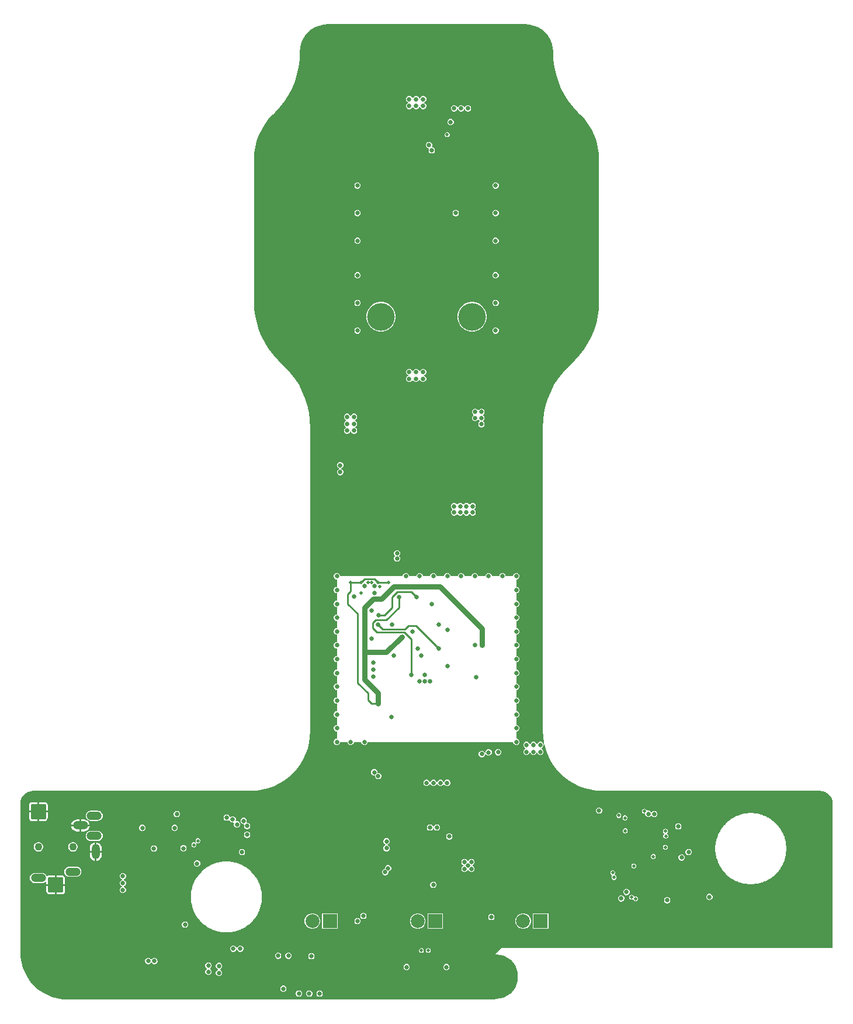
<source format=gbr>
%TF.GenerationSoftware,Altium Limited,Altium Designer,22.5.1 (42)*%
G04 Layer_Physical_Order=2*
G04 Layer_Color=36540*
%FSLAX45Y45*%
%MOMM*%
%TF.SameCoordinates,09306DCC-7258-43E0-A79C-DC35209E08F8*%
%TF.FilePolarity,Positive*%
%TF.FileFunction,Copper,L2,Inr,Signal*%
%TF.Part,Single*%
G01*
G75*
%TA.AperFunction,Conductor*%
%ADD83C,0.25400*%
%ADD87C,0.76200*%
%TA.AperFunction,ComponentPad*%
%ADD98C,2.00000*%
%ADD99R,2.00000X2.00000*%
%ADD100C,1.10000*%
G04:AMPARAMS|DCode=101|XSize=2.2mm|YSize=2.2mm|CornerRadius=0.22mm|HoleSize=0mm|Usage=FLASHONLY|Rotation=180.000|XOffset=0mm|YOffset=0mm|HoleType=Round|Shape=RoundedRectangle|*
%AMROUNDEDRECTD101*
21,1,2.20000,1.76000,0,0,180.0*
21,1,1.76000,2.20000,0,0,180.0*
1,1,0.44000,-0.88000,0.88000*
1,1,0.44000,0.88000,0.88000*
1,1,0.44000,0.88000,-0.88000*
1,1,0.44000,-0.88000,-0.88000*
%
%ADD101ROUNDEDRECTD101*%
G04:AMPARAMS|DCode=102|XSize=2.2mm|YSize=1.2mm|CornerRadius=0.6mm|HoleSize=0mm|Usage=FLASHONLY|Rotation=180.000|XOffset=0mm|YOffset=0mm|HoleType=Round|Shape=RoundedRectangle|*
%AMROUNDEDRECTD102*
21,1,2.20000,0.00000,0,0,180.0*
21,1,1.00000,1.20000,0,0,180.0*
1,1,1.20000,-0.50000,0.00000*
1,1,1.20000,0.50000,0.00000*
1,1,1.20000,0.50000,0.00000*
1,1,1.20000,-0.50000,0.00000*
%
%ADD102ROUNDEDRECTD102*%
G04:AMPARAMS|DCode=103|XSize=2.2mm|YSize=1.2mm|CornerRadius=0.6mm|HoleSize=0mm|Usage=FLASHONLY|Rotation=90.000|XOffset=0mm|YOffset=0mm|HoleType=Round|Shape=RoundedRectangle|*
%AMROUNDEDRECTD103*
21,1,2.20000,0.00000,0,0,90.0*
21,1,1.00000,1.20000,0,0,90.0*
1,1,1.20000,0.00000,0.50000*
1,1,1.20000,0.00000,-0.50000*
1,1,1.20000,0.00000,-0.50000*
1,1,1.20000,0.00000,0.50000*
%
%ADD103ROUNDEDRECTD103*%
%TA.AperFunction,ViaPad*%
%ADD104C,6.50000*%
%TA.AperFunction,ComponentPad*%
%ADD105C,4.00000*%
%ADD106C,0.65000*%
%TA.AperFunction,ViaPad*%
%ADD107C,0.46000*%
%ADD108C,0.66000*%
G36*
X1489419Y5031729D02*
X1552253Y5016644D01*
X1611953Y4991916D01*
X1667049Y4958152D01*
X1716186Y4916186D01*
X1758152Y4867049D01*
X1791916Y4811953D01*
X1816644Y4752253D01*
X1831729Y4689419D01*
X1835803Y4637663D01*
X1835637Y4625000D01*
X1835637D01*
X1840285Y4518542D01*
X1854194Y4412894D01*
X1877258Y4308861D01*
X1909301Y4207233D01*
X1950079Y4108785D01*
X1999283Y4014266D01*
X2056537Y3924395D01*
X2121406Y3839856D01*
X2193397Y3761292D01*
X2193450Y3761345D01*
X2230606Y3724188D01*
X2232601Y3723362D01*
X2291816Y3658028D01*
X2345532Y3585601D01*
X2391890Y3508258D01*
X2430443Y3426743D01*
X2460822Y3341841D01*
X2482732Y3254371D01*
X2495963Y3165175D01*
X2500289Y3077106D01*
X2499463Y3075111D01*
Y3000000D01*
X2499462Y1013750D01*
X2500325Y1011667D01*
X2495874Y909706D01*
X2482280Y806454D01*
X2459739Y704779D01*
X2428423Y605456D01*
X2388569Y509240D01*
X2340481Y416864D01*
X2284525Y329031D01*
X2221127Y246409D01*
X2152177Y171163D01*
X2150095Y170301D01*
X2043449Y63655D01*
X2043396Y63709D01*
X1971406Y-14855D01*
X1906537Y-99395D01*
X1849282Y-189266D01*
X1800079Y-283785D01*
X1759300Y-382233D01*
X1727257Y-483861D01*
X1704193Y-587894D01*
X1690285Y-693542D01*
X1685637Y-800000D01*
X1685712D01*
X1685712Y-800000D01*
Y-5200000D01*
X1685765Y-5200128D01*
X1689920Y-5284711D01*
X1702365Y-5368605D01*
X1705665Y-5381781D01*
X1693574Y-5385775D01*
X1692302Y-5382705D01*
X1688743Y-5374113D01*
X1675887Y-5361257D01*
X1659090Y-5354300D01*
X1640910D01*
X1624113Y-5361257D01*
X1611257Y-5374113D01*
X1606873Y-5384697D01*
X1593127D01*
X1588743Y-5374113D01*
X1575887Y-5361257D01*
X1559090Y-5354300D01*
X1540910D01*
X1524113Y-5361257D01*
X1511257Y-5374113D01*
X1506873Y-5384697D01*
X1493127D01*
X1488743Y-5374113D01*
X1475887Y-5361257D01*
X1459090Y-5354300D01*
X1440909D01*
X1424113Y-5361257D01*
X1411257Y-5374113D01*
X1404300Y-5390909D01*
Y-5409090D01*
X1411257Y-5425887D01*
X1424113Y-5438742D01*
X1434697Y-5443127D01*
Y-5456873D01*
X1424113Y-5461257D01*
X1411257Y-5474113D01*
X1404300Y-5490910D01*
Y-5509090D01*
X1411257Y-5525887D01*
X1424113Y-5538743D01*
X1440909Y-5545700D01*
X1459090D01*
X1475887Y-5538743D01*
X1488743Y-5525887D01*
X1493127Y-5515302D01*
X1506873D01*
X1511257Y-5525887D01*
X1524113Y-5538743D01*
X1540910Y-5545700D01*
X1559090D01*
X1575887Y-5538743D01*
X1588743Y-5525887D01*
X1593127Y-5515302D01*
X1606873D01*
X1611257Y-5525887D01*
X1624113Y-5538743D01*
X1640910Y-5545700D01*
X1659090D01*
X1675887Y-5538743D01*
X1688743Y-5525887D01*
X1695700Y-5509090D01*
Y-5490910D01*
X1688743Y-5474113D01*
X1675887Y-5461257D01*
X1665302Y-5456873D01*
Y-5443127D01*
X1675887Y-5438742D01*
X1688743Y-5425887D01*
X1695700Y-5409090D01*
Y-5397698D01*
X1695700Y-5394265D01*
X1708400Y-5392699D01*
X1722973Y-5450876D01*
X1751545Y-5530731D01*
X1787807Y-5607401D01*
X1831410Y-5680147D01*
X1881932Y-5748269D01*
X1938889Y-5811111D01*
X2001731Y-5868068D01*
X2069853Y-5918590D01*
X2142599Y-5962193D01*
X2219269Y-5998455D01*
X2299124Y-6027027D01*
X2381395Y-6047635D01*
X2465289Y-6060080D01*
X2549872Y-6064235D01*
X2550000Y-6064288D01*
X5700000D01*
X5701396Y-6063710D01*
X5736370Y-6067155D01*
X5771343Y-6077764D01*
X5803574Y-6094991D01*
X5831824Y-6118176D01*
X5855009Y-6146426D01*
X5872236Y-6178657D01*
X5882845Y-6213630D01*
X5886290Y-6248604D01*
X5885712Y-6250000D01*
Y-8340151D01*
X1084849D01*
X1000000Y-8425000D01*
Y-9085712D01*
X-5200000D01*
X-5201909Y-9086503D01*
X-5276876Y-9082293D01*
X-5352785Y-9069395D01*
X-5426773Y-9048080D01*
X-5497909Y-9018614D01*
X-5565298Y-8981369D01*
X-5628094Y-8936813D01*
X-5685507Y-8885506D01*
X-5736813Y-8828094D01*
X-5781369Y-8765298D01*
X-5818614Y-8697909D01*
X-5848080Y-8626773D01*
X-5869395Y-8552785D01*
X-5882293Y-8476876D01*
X-5886503Y-8401909D01*
X-5885712Y-8400000D01*
Y-6250000D01*
X-5886290Y-6248604D01*
X-5882845Y-6213630D01*
X-5872236Y-6178657D01*
X-5855009Y-6146426D01*
X-5831824Y-6118176D01*
X-5803574Y-6094991D01*
X-5771343Y-6077764D01*
X-5736370Y-6067155D01*
X-5701396Y-6063710D01*
X-5700000Y-6064288D01*
X-2550000D01*
X-2549872Y-6064235D01*
X-2465289Y-6060080D01*
X-2381395Y-6047635D01*
X-2299124Y-6027027D01*
X-2219269Y-5998455D01*
X-2142599Y-5962193D01*
X-2069853Y-5918590D01*
X-2001731Y-5868068D01*
X-1938889Y-5811111D01*
X-1881932Y-5748269D01*
X-1831410Y-5680147D01*
X-1787807Y-5607401D01*
X-1751545Y-5530731D01*
X-1722973Y-5450876D01*
X-1702365Y-5368605D01*
X-1689920Y-5284711D01*
X-1685765Y-5200128D01*
X-1685712Y-5200000D01*
Y-800000D01*
X-1685712Y-800000D01*
X-1685637D01*
X-1690285Y-693542D01*
X-1704193Y-587894D01*
X-1727257Y-483861D01*
X-1759300Y-382233D01*
X-1800079Y-283785D01*
X-1849282Y-189266D01*
X-1906537Y-99395D01*
X-1971406Y-14855D01*
X-2043396Y63709D01*
X-2043449Y63655D01*
X-2150095Y170301D01*
X-2152177Y171163D01*
X-2221127Y246409D01*
X-2284525Y329031D01*
X-2340481Y416864D01*
X-2388569Y509240D01*
X-2428423Y605456D01*
X-2459739Y704779D01*
X-2482280Y806454D01*
X-2495874Y909706D01*
X-2500325Y1011667D01*
X-2499462Y1013750D01*
X-2499463Y3000000D01*
Y3075111D01*
X-2500289Y3077106D01*
X-2495963Y3165175D01*
X-2482732Y3254371D01*
X-2460822Y3341841D01*
X-2430443Y3426743D01*
X-2391890Y3508258D01*
X-2345532Y3585601D01*
X-2291816Y3658028D01*
X-2232601Y3723362D01*
X-2230606Y3724188D01*
X-2193450Y3761345D01*
X-2193397Y3761292D01*
X-2121406Y3839856D01*
X-2056537Y3924395D01*
X-1999283Y4014266D01*
X-1950079Y4108785D01*
X-1909301Y4207233D01*
X-1877258Y4308861D01*
X-1854194Y4412894D01*
X-1840285Y4518542D01*
X-1835637Y4625000D01*
X-1835637D01*
X-1835803Y4637663D01*
X-1831729Y4689419D01*
X-1816644Y4752253D01*
X-1791916Y4811953D01*
X-1758152Y4867049D01*
X-1716186Y4916186D01*
X-1667049Y4958152D01*
X-1611953Y4991916D01*
X-1552253Y5016644D01*
X-1489419Y5031729D01*
X-1427205Y5036626D01*
X-1425000Y5035712D01*
X1425000D01*
X1427205Y5036626D01*
X1489419Y5031729D01*
D02*
G37*
%LPC*%
G36*
X-40911Y3995699D02*
X-59092D01*
X-75888Y3988742D01*
X-88744Y3975886D01*
X-93128Y3965302D01*
X-106875D01*
X-111259Y3975886D01*
X-124115Y3988742D01*
X-140911Y3995699D01*
X-159092D01*
X-175888Y3988742D01*
X-188744Y3975886D01*
X-193128Y3965303D01*
X-206875D01*
X-211258Y3975886D01*
X-224114Y3988742D01*
X-240911Y3995699D01*
X-259091D01*
X-275888Y3988742D01*
X-288744Y3975886D01*
X-295701Y3959090D01*
Y3940909D01*
X-288744Y3924113D01*
X-275888Y3911257D01*
X-265304Y3906873D01*
Y3893126D01*
X-275888Y3888742D01*
X-288744Y3875886D01*
X-295701Y3859090D01*
Y3840909D01*
X-288744Y3824112D01*
X-275888Y3811257D01*
X-259092Y3804299D01*
X-240911D01*
X-224115Y3811257D01*
X-211259Y3824112D01*
X-206874Y3834698D01*
X-193128D01*
X-188743Y3824112D01*
X-175887Y3811257D01*
X-159091Y3804299D01*
X-140910D01*
X-124114Y3811257D01*
X-111258Y3824112D01*
X-106874Y3834697D01*
X-93127D01*
X-88743Y3824113D01*
X-75887Y3811257D01*
X-59091Y3804300D01*
X-40910D01*
X-24113Y3811257D01*
X-11258Y3824113D01*
X-4300Y3840909D01*
Y3859090D01*
X-11258Y3875887D01*
X-24113Y3888742D01*
X-34698Y3893127D01*
Y3906873D01*
X-24115Y3911257D01*
X-11259Y3924113D01*
X-4301Y3940909D01*
Y3959090D01*
X-11259Y3975886D01*
X-24115Y3988742D01*
X-40911Y3995699D01*
D02*
G37*
G36*
X509591Y3863552D02*
X491410D01*
X474614Y3856595D01*
X461758Y3843739D01*
X457374Y3833156D01*
X443628D01*
X439244Y3843738D01*
X426389Y3856594D01*
X409592Y3863551D01*
X391411D01*
X374615Y3856594D01*
X361759Y3843738D01*
X354802Y3826942D01*
Y3808761D01*
X361759Y3791964D01*
X374615Y3779109D01*
X391411Y3772151D01*
X409592D01*
X426389Y3779109D01*
X439244Y3791964D01*
X443628Y3802548D01*
X457374D01*
X461758Y3791965D01*
X474614Y3779110D01*
X491410Y3772152D01*
X509591D01*
X526388Y3779110D01*
X539243Y3791965D01*
X543628Y3802550D01*
X557374D01*
X561759Y3791965D01*
X574615Y3779109D01*
X591411Y3772152D01*
X609592D01*
X626388Y3779109D01*
X639244Y3791965D01*
X646201Y3808761D01*
Y3826942D01*
X639244Y3843739D01*
X626388Y3856595D01*
X609592Y3863552D01*
X591411D01*
X574615Y3856595D01*
X561759Y3843739D01*
X557374Y3833154D01*
X543628D01*
X539243Y3843739D01*
X526388Y3856595D01*
X509591Y3863552D01*
D02*
G37*
G36*
X359591Y3663552D02*
X341411D01*
X324614Y3656594D01*
X311758Y3643739D01*
X304801Y3626942D01*
Y3608761D01*
X311758Y3591965D01*
X324614Y3579109D01*
X341411Y3572152D01*
X359591D01*
X376388Y3579109D01*
X389244Y3591965D01*
X396201Y3608761D01*
Y3626942D01*
X389244Y3643739D01*
X376388Y3656594D01*
X359591Y3663552D01*
D02*
G37*
G36*
X307357Y3471467D02*
X293155D01*
X280034Y3466032D01*
X269991Y3455990D01*
X264556Y3442868D01*
Y3428666D01*
X269991Y3415545D01*
X280034Y3405502D01*
X293155Y3400067D01*
X307357D01*
X320479Y3405502D01*
X330521Y3415545D01*
X335956Y3428666D01*
Y3442868D01*
X330521Y3455990D01*
X320479Y3466032D01*
X307357Y3471467D01*
D02*
G37*
G36*
X45430Y3331959D02*
X27250D01*
X10453Y3325001D01*
X-2403Y3312146D01*
X-9360Y3295349D01*
Y3277168D01*
X-2403Y3260372D01*
X10453Y3247516D01*
X27203Y3240578D01*
X27251Y3240556D01*
X34634Y3227859D01*
X30912Y3218873D01*
Y3200692D01*
X37870Y3183896D01*
X50725Y3171040D01*
X67522Y3164083D01*
X85703D01*
X102499Y3171040D01*
X115355Y3183896D01*
X122312Y3200692D01*
Y3218873D01*
X115355Y3235669D01*
X102499Y3248525D01*
X85749Y3255463D01*
X85701Y3255485D01*
X78318Y3268183D01*
X82040Y3277168D01*
Y3295349D01*
X75083Y3312146D01*
X62227Y3325001D01*
X45430Y3331959D01*
D02*
G37*
G36*
X-990910Y2745701D02*
X-1009091D01*
X-1025887Y2738743D01*
X-1038743Y2725888D01*
X-1045700Y2709091D01*
Y2690910D01*
X-1038743Y2674114D01*
X-1025887Y2661258D01*
X-1009091Y2654301D01*
X-990910D01*
X-974113Y2661258D01*
X-961258Y2674114D01*
X-954300Y2690910D01*
Y2709091D01*
X-961258Y2725888D01*
X-974113Y2738743D01*
X-990910Y2745701D01*
D02*
G37*
G36*
X1009090Y2745700D02*
X990910D01*
X974113Y2738743D01*
X961257Y2725887D01*
X954300Y2709091D01*
Y2690910D01*
X961257Y2674114D01*
X974113Y2661258D01*
X990910Y2654301D01*
X1009090D01*
X1025887Y2661258D01*
X1038743Y2674114D01*
X1045700Y2690910D01*
Y2709091D01*
X1038743Y2725887D01*
X1025887Y2738743D01*
X1009090Y2745700D01*
D02*
G37*
G36*
Y2345701D02*
X990910D01*
X974113Y2338743D01*
X961257Y2325888D01*
X954300Y2309091D01*
Y2290910D01*
X961257Y2274114D01*
X974113Y2261258D01*
X990910Y2254301D01*
X1009090D01*
X1025887Y2261258D01*
X1038743Y2274114D01*
X1045700Y2290910D01*
Y2309091D01*
X1038743Y2325888D01*
X1025887Y2338743D01*
X1009090Y2345701D01*
D02*
G37*
G36*
X-990910Y2345700D02*
X-1009090D01*
X-1025887Y2338743D01*
X-1038743Y2325887D01*
X-1045700Y2309091D01*
Y2290910D01*
X-1038743Y2274114D01*
X-1025887Y2261258D01*
X-1009090Y2254301D01*
X-990910D01*
X-974113Y2261258D01*
X-961257Y2274114D01*
X-954300Y2290910D01*
Y2309091D01*
X-961257Y2325887D01*
X-974113Y2338743D01*
X-990910Y2345700D01*
D02*
G37*
G36*
X431590Y2345700D02*
X413409D01*
X396613Y2338743D01*
X383757Y2325887D01*
X376800Y2309091D01*
Y2290910D01*
X383757Y2274113D01*
X396613Y2261258D01*
X413409Y2254300D01*
X431590D01*
X448386Y2261258D01*
X461242Y2274113D01*
X468199Y2290910D01*
Y2309091D01*
X461242Y2325887D01*
X448386Y2338743D01*
X431590Y2345700D01*
D02*
G37*
G36*
X1009091Y1945700D02*
X990910D01*
X974113Y1938743D01*
X961258Y1925887D01*
X954300Y1909091D01*
Y1890910D01*
X961258Y1874114D01*
X974113Y1861258D01*
X990910Y1854301D01*
X1009091D01*
X1025887Y1861258D01*
X1038743Y1874114D01*
X1045700Y1890910D01*
Y1909091D01*
X1038743Y1925887D01*
X1025887Y1938743D01*
X1009091Y1945700D01*
D02*
G37*
G36*
X-990909Y1945700D02*
X-1009090D01*
X-1025887Y1938743D01*
X-1038742Y1925887D01*
X-1045700Y1909091D01*
Y1890910D01*
X-1038742Y1874113D01*
X-1025887Y1861258D01*
X-1009090Y1854300D01*
X-990909D01*
X-974113Y1861258D01*
X-961257Y1874113D01*
X-954300Y1890910D01*
Y1909091D01*
X-961257Y1925887D01*
X-974113Y1938743D01*
X-990909Y1945700D01*
D02*
G37*
G36*
X1009090Y1445701D02*
X990910D01*
X974113Y1438744D01*
X961257Y1425888D01*
X954300Y1409091D01*
Y1390911D01*
X961257Y1374114D01*
X974113Y1361258D01*
X990910Y1354301D01*
X1009090D01*
X1025887Y1361258D01*
X1038743Y1374114D01*
X1045700Y1390911D01*
Y1409091D01*
X1038743Y1425888D01*
X1025887Y1438744D01*
X1009090Y1445701D01*
D02*
G37*
G36*
X-990910Y1445701D02*
X-1009091D01*
X-1025887Y1438743D01*
X-1038743Y1425888D01*
X-1045700Y1409091D01*
Y1390910D01*
X-1038743Y1374114D01*
X-1025887Y1361258D01*
X-1009091Y1354301D01*
X-990910D01*
X-974113Y1361258D01*
X-961258Y1374114D01*
X-954300Y1390910D01*
Y1409091D01*
X-961258Y1425888D01*
X-974113Y1438743D01*
X-990910Y1445701D01*
D02*
G37*
G36*
X1009090Y1045700D02*
X990910D01*
X974113Y1038743D01*
X961257Y1025887D01*
X954300Y1009091D01*
Y990910D01*
X961257Y974114D01*
X974113Y961258D01*
X990910Y954301D01*
X1009090D01*
X1025887Y961258D01*
X1038743Y974114D01*
X1045700Y990910D01*
Y1009091D01*
X1038743Y1025887D01*
X1025887Y1038743D01*
X1009090Y1045700D01*
D02*
G37*
G36*
X-990910D02*
X-1009090D01*
X-1025887Y1038743D01*
X-1038743Y1025887D01*
X-1045700Y1009091D01*
Y990910D01*
X-1038743Y974114D01*
X-1025887Y961258D01*
X-1009090Y954301D01*
X-990910D01*
X-974113Y961258D01*
X-961257Y974114D01*
X-954300Y990910D01*
Y1009091D01*
X-961257Y1025887D01*
X-974113Y1038743D01*
X-990910Y1045700D01*
D02*
G37*
G36*
X-639051Y1012700D02*
X-680949D01*
X-722042Y1004526D01*
X-760751Y988492D01*
X-795588Y965215D01*
X-825215Y935588D01*
X-848492Y900751D01*
X-864526Y862042D01*
X-872700Y820949D01*
Y779051D01*
X-864526Y737958D01*
X-848492Y699249D01*
X-825215Y664412D01*
X-795588Y634785D01*
X-760751Y611508D01*
X-722042Y595474D01*
X-680949Y587300D01*
X-639051D01*
X-597958Y595474D01*
X-559249Y611508D01*
X-524412Y634785D01*
X-494785Y664412D01*
X-471508Y699249D01*
X-455474Y737958D01*
X-447300Y779051D01*
Y820949D01*
X-455474Y862042D01*
X-471508Y900751D01*
X-494785Y935588D01*
X-524412Y965215D01*
X-559249Y988492D01*
X-597958Y1004526D01*
X-639051Y1012700D01*
D02*
G37*
G36*
X680949Y1012700D02*
X639051D01*
X597958Y1004526D01*
X559249Y988492D01*
X524412Y965214D01*
X494785Y935588D01*
X471508Y900751D01*
X455474Y862042D01*
X447300Y820949D01*
Y779051D01*
X455474Y737957D01*
X471508Y699249D01*
X494785Y664411D01*
X524412Y634785D01*
X559249Y611508D01*
X597958Y595474D01*
X639051Y587300D01*
X680949D01*
X722042Y595474D01*
X760751Y611508D01*
X795588Y634785D01*
X825215Y664411D01*
X848492Y699249D01*
X864526Y737957D01*
X872700Y779051D01*
Y820949D01*
X864526Y862042D01*
X848492Y900751D01*
X825215Y935588D01*
X795588Y965214D01*
X760751Y988492D01*
X722042Y1004526D01*
X680949Y1012700D01*
D02*
G37*
G36*
X-990909Y645700D02*
X-1009090D01*
X-1025887Y638743D01*
X-1038742Y625887D01*
X-1045700Y609091D01*
Y590910D01*
X-1038742Y574113D01*
X-1025887Y561258D01*
X-1009090Y554300D01*
X-990909D01*
X-974113Y561258D01*
X-961257Y574113D01*
X-954300Y590910D01*
Y609091D01*
X-961257Y625887D01*
X-974113Y638743D01*
X-990909Y645700D01*
D02*
G37*
G36*
X1009090Y645700D02*
X990910D01*
X974113Y638743D01*
X961257Y625887D01*
X954300Y609090D01*
Y590910D01*
X961257Y574113D01*
X974113Y561257D01*
X990910Y554300D01*
X1009090D01*
X1025887Y561257D01*
X1038743Y574113D01*
X1045700Y590910D01*
Y609090D01*
X1038743Y625887D01*
X1025887Y638743D01*
X1009090Y645700D01*
D02*
G37*
G36*
X-40909Y45700D02*
X-59090D01*
X-75887Y38743D01*
X-88743Y25887D01*
X-93127Y15302D01*
X-106874D01*
X-111258Y25887D01*
X-124114Y38743D01*
X-140910Y45700D01*
X-159091D01*
X-175887Y38743D01*
X-188743Y25887D01*
X-193127Y15303D01*
X-206874D01*
X-211257Y25887D01*
X-224113Y38743D01*
X-240910Y45700D01*
X-259090D01*
X-275887Y38743D01*
X-288743Y25887D01*
X-295700Y9090D01*
Y-9090D01*
X-288743Y-25887D01*
X-275887Y-38743D01*
X-265302Y-43127D01*
Y-56873D01*
X-275887Y-61257D01*
X-288742Y-74113D01*
X-295700Y-90910D01*
Y-109090D01*
X-288742Y-125887D01*
X-275887Y-138743D01*
X-259090Y-145700D01*
X-240909D01*
X-224113Y-138743D01*
X-211257Y-125887D01*
X-206873Y-115303D01*
X-193126D01*
X-188742Y-125887D01*
X-175887Y-138743D01*
X-159090Y-145700D01*
X-140909D01*
X-124113Y-138743D01*
X-111257Y-125887D01*
X-106873Y-115302D01*
X-93126D01*
X-88742Y-125887D01*
X-75886Y-138742D01*
X-59090Y-145700D01*
X-40909D01*
X-24112Y-138742D01*
X-11257Y-125887D01*
X-4299Y-109090D01*
Y-90909D01*
X-11257Y-74113D01*
X-24112Y-61257D01*
X-34697Y-56873D01*
Y-43127D01*
X-24113Y-38743D01*
X-11257Y-25887D01*
X-4300Y-9090D01*
Y9090D01*
X-11257Y25887D01*
X-24113Y38743D01*
X-40909Y45700D01*
D02*
G37*
G36*
X804508Y-532471D02*
X786327D01*
X769531Y-539428D01*
X758016Y-550942D01*
X750750Y-551681D01*
X743484Y-550942D01*
X731970Y-539428D01*
X715173Y-532471D01*
X696993D01*
X680196Y-539428D01*
X667340Y-552284D01*
X660383Y-569080D01*
Y-587261D01*
X667340Y-604057D01*
X678855Y-615572D01*
X679594Y-622837D01*
X678855Y-630104D01*
X667341Y-641618D01*
X660383Y-658415D01*
Y-676596D01*
X667341Y-693392D01*
X680197Y-706248D01*
X696993Y-713205D01*
X715174D01*
X731970Y-706248D01*
X743485Y-694734D01*
X750751Y-693995D01*
X758017Y-694734D01*
X768190Y-704907D01*
X768929Y-712172D01*
X768190Y-719439D01*
X756676Y-730953D01*
X749719Y-747750D01*
Y-765931D01*
X756676Y-782727D01*
X769532Y-795583D01*
X786328Y-802540D01*
X804509D01*
X821305Y-795583D01*
X834161Y-782727D01*
X841118Y-765931D01*
Y-747750D01*
X834161Y-730953D01*
X822647Y-719439D01*
X821908Y-712174D01*
X822646Y-704907D01*
X834161Y-693392D01*
X841118Y-676596D01*
Y-658415D01*
X834161Y-641618D01*
X822646Y-630104D01*
X821907Y-622839D01*
X822646Y-615572D01*
X834160Y-604057D01*
X841117Y-587261D01*
Y-569080D01*
X834160Y-552284D01*
X821304Y-539428D01*
X804508Y-532471D01*
D02*
G37*
G36*
X-1040910Y-604300D02*
X-1059090D01*
X-1075887Y-611257D01*
X-1088743Y-624113D01*
X-1093127Y-634697D01*
X-1106873D01*
X-1111257Y-624113D01*
X-1124113Y-611257D01*
X-1140910Y-604300D01*
X-1159090D01*
X-1175887Y-611257D01*
X-1188743Y-624113D01*
X-1195700Y-640910D01*
Y-659090D01*
X-1188743Y-675887D01*
X-1175887Y-688743D01*
X-1165302Y-693127D01*
Y-706873D01*
X-1175887Y-711257D01*
X-1188743Y-724113D01*
X-1195700Y-740910D01*
Y-759090D01*
X-1188743Y-775887D01*
X-1175887Y-788743D01*
X-1165302Y-793127D01*
Y-806873D01*
X-1175887Y-811257D01*
X-1188743Y-824113D01*
X-1195700Y-840910D01*
Y-859090D01*
X-1188743Y-875887D01*
X-1175887Y-888743D01*
X-1159090Y-895700D01*
X-1140910D01*
X-1124113Y-888743D01*
X-1111257Y-875887D01*
X-1106873Y-865303D01*
X-1093127D01*
X-1088743Y-875887D01*
X-1075887Y-888743D01*
X-1059090Y-895700D01*
X-1040910D01*
X-1024113Y-888743D01*
X-1011257Y-875887D01*
X-1004300Y-859090D01*
Y-840910D01*
X-1011257Y-824113D01*
X-1024113Y-811257D01*
X-1034697Y-806873D01*
Y-793127D01*
X-1024113Y-788743D01*
X-1011257Y-775887D01*
X-1004300Y-759090D01*
Y-740910D01*
X-1011257Y-724113D01*
X-1024113Y-711257D01*
X-1034697Y-706873D01*
Y-693127D01*
X-1024113Y-688743D01*
X-1011257Y-675887D01*
X-1004300Y-659090D01*
Y-640910D01*
X-1011257Y-624113D01*
X-1024113Y-611257D01*
X-1040910Y-604300D01*
D02*
G37*
G36*
X-1240910Y-1304300D02*
X-1259090D01*
X-1275887Y-1311257D01*
X-1288743Y-1324113D01*
X-1295700Y-1340910D01*
Y-1359090D01*
X-1288743Y-1375887D01*
X-1275887Y-1388743D01*
X-1265303Y-1393127D01*
Y-1406873D01*
X-1275887Y-1411257D01*
X-1288743Y-1424113D01*
X-1295700Y-1440909D01*
Y-1459090D01*
X-1288743Y-1475887D01*
X-1275887Y-1488743D01*
X-1259090Y-1495700D01*
X-1240910D01*
X-1224113Y-1488743D01*
X-1211257Y-1475887D01*
X-1204300Y-1459090D01*
Y-1440909D01*
X-1211257Y-1424113D01*
X-1224113Y-1411257D01*
X-1234697Y-1406873D01*
Y-1393127D01*
X-1224113Y-1388743D01*
X-1211257Y-1375887D01*
X-1204300Y-1359090D01*
Y-1340910D01*
X-1211257Y-1324113D01*
X-1224113Y-1311257D01*
X-1240910Y-1304300D01*
D02*
G37*
G36*
X678589Y-1897152D02*
X660408D01*
X643611Y-1904110D01*
X631627Y-1916094D01*
X624498Y-1916558D01*
X617370Y-1916094D01*
X605385Y-1904110D01*
X588589Y-1897152D01*
X570408D01*
X553612Y-1904110D01*
X541627Y-1916094D01*
X534499Y-1916558D01*
X527370Y-1916094D01*
X515386Y-1904110D01*
X498589Y-1897152D01*
X480408D01*
X463612Y-1904110D01*
X451627Y-1916094D01*
X444499Y-1916558D01*
X437370Y-1916094D01*
X425386Y-1904110D01*
X408589Y-1897152D01*
X390408D01*
X373612Y-1904110D01*
X360756Y-1916965D01*
X353799Y-1933762D01*
Y-1951943D01*
X360756Y-1968739D01*
X372740Y-1980723D01*
X373204Y-1987852D01*
X372740Y-1994981D01*
X360756Y-2006965D01*
X353799Y-2023761D01*
Y-2041942D01*
X360756Y-2058739D01*
X373612Y-2071594D01*
X390408Y-2078552D01*
X408589D01*
X425386Y-2071594D01*
X437370Y-2059610D01*
X444499Y-2059146D01*
X451627Y-2059610D01*
X463612Y-2071594D01*
X480408Y-2078552D01*
X498589D01*
X515386Y-2071594D01*
X527370Y-2059610D01*
X534499Y-2059146D01*
X541627Y-2059610D01*
X553612Y-2071594D01*
X570408Y-2078552D01*
X588589D01*
X605385Y-2071594D01*
X617370Y-2059610D01*
X624498Y-2059146D01*
X631627Y-2059610D01*
X643611Y-2071594D01*
X660408Y-2078552D01*
X678589D01*
X695385Y-2071594D01*
X708241Y-2058739D01*
X715198Y-2041942D01*
Y-2023761D01*
X708241Y-2006965D01*
X696257Y-1994981D01*
X695793Y-1987852D01*
X696257Y-1980723D01*
X708241Y-1968739D01*
X715198Y-1951943D01*
Y-1933762D01*
X708241Y-1916965D01*
X695385Y-1904110D01*
X678589Y-1897152D01*
D02*
G37*
G36*
X-415909Y-2579300D02*
X-434090D01*
X-450887Y-2586257D01*
X-463742Y-2599113D01*
X-470700Y-2615910D01*
Y-2634090D01*
X-463742Y-2650887D01*
X-452129Y-2662500D01*
X-463743Y-2674113D01*
X-470700Y-2690910D01*
Y-2709091D01*
X-463743Y-2725887D01*
X-450887Y-2738743D01*
X-434090Y-2745700D01*
X-415910D01*
X-399113Y-2738743D01*
X-386257Y-2725887D01*
X-379300Y-2709091D01*
Y-2690910D01*
X-386257Y-2674113D01*
X-397870Y-2662500D01*
X-386257Y-2650887D01*
X-379300Y-2634090D01*
Y-2615910D01*
X-386257Y-2599113D01*
X-399113Y-2586257D01*
X-415909Y-2579300D01*
D02*
G37*
G36*
X1309592Y-2911447D02*
X1291411D01*
X1274614Y-2918405D01*
X1261759Y-2931260D01*
X1254801Y-2948057D01*
Y-2957148D01*
X1146199D01*
Y-2948058D01*
X1139242Y-2931261D01*
X1126386Y-2918406D01*
X1109589Y-2911448D01*
X1091409D01*
X1074612Y-2918406D01*
X1061756Y-2931261D01*
X1054799Y-2948058D01*
Y-2957148D01*
X946199D01*
Y-2948058D01*
X939242Y-2931261D01*
X926386Y-2918406D01*
X909589Y-2911448D01*
X891409D01*
X874612Y-2918406D01*
X861756Y-2931261D01*
X854799Y-2948058D01*
Y-2957148D01*
X746198D01*
Y-2948058D01*
X739241Y-2931261D01*
X726385Y-2918406D01*
X709588Y-2911448D01*
X691408D01*
X674611Y-2918406D01*
X661755Y-2931261D01*
X654798Y-2948058D01*
Y-2957148D01*
X546199D01*
Y-2948058D01*
X539242Y-2931261D01*
X526386Y-2918406D01*
X509590Y-2911448D01*
X491409D01*
X474612Y-2918406D01*
X461757Y-2931261D01*
X454799Y-2948058D01*
Y-2957148D01*
X346199D01*
Y-2948058D01*
X339242Y-2931261D01*
X326386Y-2918406D01*
X309590Y-2911448D01*
X291409D01*
X274613Y-2918406D01*
X261757Y-2931261D01*
X254800Y-2948058D01*
Y-2957148D01*
X146200D01*
Y-2948058D01*
X139242Y-2931261D01*
X126387Y-2918406D01*
X109590Y-2911448D01*
X91409D01*
X74613Y-2918406D01*
X61757Y-2931261D01*
X54800Y-2948058D01*
Y-2957148D01*
X-53800D01*
Y-2948058D01*
X-60758Y-2931261D01*
X-73613Y-2918406D01*
X-90410Y-2911448D01*
X-108591D01*
X-125387Y-2918406D01*
X-138243Y-2931261D01*
X-145200Y-2948058D01*
Y-2957148D01*
X-253800D01*
Y-2948058D01*
X-260757Y-2931261D01*
X-273613Y-2918406D01*
X-290410Y-2911448D01*
X-308590D01*
X-325387Y-2918406D01*
X-338243Y-2931261D01*
X-345200Y-2948058D01*
Y-2957148D01*
X-1253799D01*
Y-2948058D01*
X-1260756Y-2931261D01*
X-1273612Y-2918406D01*
X-1290408Y-2911448D01*
X-1308589D01*
X-1325386Y-2918406D01*
X-1338241Y-2931261D01*
X-1345199Y-2948058D01*
Y-2966239D01*
X-1338241Y-2983035D01*
X-1325386Y-2995891D01*
X-1308589Y-3002848D01*
X-1299499D01*
Y-3111448D01*
X-1308589D01*
X-1325386Y-3118405D01*
X-1338241Y-3131261D01*
X-1345199Y-3148058D01*
Y-3166239D01*
X-1338241Y-3183035D01*
X-1325386Y-3195891D01*
X-1308589Y-3202848D01*
X-1299499D01*
Y-3311448D01*
X-1308589D01*
X-1325386Y-3318405D01*
X-1338241Y-3331261D01*
X-1345199Y-3348058D01*
Y-3366238D01*
X-1338241Y-3383035D01*
X-1325386Y-3395891D01*
X-1308589Y-3402848D01*
X-1299499D01*
Y-3511448D01*
X-1308589D01*
X-1325386Y-3518405D01*
X-1338241Y-3531261D01*
X-1345199Y-3548057D01*
Y-3566238D01*
X-1338241Y-3583035D01*
X-1325386Y-3595890D01*
X-1308589Y-3602848D01*
X-1299499D01*
Y-3711448D01*
X-1308589D01*
X-1325386Y-3718405D01*
X-1338241Y-3731261D01*
X-1345199Y-3748057D01*
Y-3766238D01*
X-1338241Y-3783035D01*
X-1325386Y-3795890D01*
X-1308589Y-3802848D01*
X-1299499D01*
Y-3911448D01*
X-1308589D01*
X-1325386Y-3918405D01*
X-1338241Y-3931261D01*
X-1345199Y-3948057D01*
Y-3966238D01*
X-1338241Y-3983034D01*
X-1325386Y-3995890D01*
X-1308589Y-4002847D01*
X-1299499D01*
Y-4111448D01*
X-1308589D01*
X-1325385Y-4118406D01*
X-1338241Y-4131261D01*
X-1345198Y-4148058D01*
Y-4166239D01*
X-1338241Y-4183035D01*
X-1325385Y-4195891D01*
X-1308589Y-4202848D01*
X-1299499D01*
Y-4311448D01*
X-1308589D01*
X-1325385Y-4318405D01*
X-1338241Y-4331261D01*
X-1345198Y-4348058D01*
Y-4366238D01*
X-1338241Y-4383035D01*
X-1325385Y-4395891D01*
X-1308589Y-4402848D01*
X-1299499D01*
Y-4511448D01*
X-1308589D01*
X-1325385Y-4518405D01*
X-1338241Y-4531261D01*
X-1345198Y-4548057D01*
Y-4566238D01*
X-1338241Y-4583035D01*
X-1325385Y-4595890D01*
X-1308589Y-4602848D01*
X-1299499D01*
Y-4711448D01*
X-1308589D01*
X-1325385Y-4718405D01*
X-1338241Y-4731261D01*
X-1345198Y-4748057D01*
Y-4766238D01*
X-1338241Y-4783035D01*
X-1325385Y-4795890D01*
X-1308589Y-4802848D01*
X-1299499D01*
Y-4911448D01*
X-1308589D01*
X-1325385Y-4918405D01*
X-1338241Y-4931261D01*
X-1345198Y-4948057D01*
Y-4966238D01*
X-1338241Y-4983034D01*
X-1325385Y-4995890D01*
X-1308589Y-5002848D01*
X-1299499D01*
Y-5111447D01*
X-1308589D01*
X-1325385Y-5118405D01*
X-1338241Y-5131261D01*
X-1345198Y-5148057D01*
Y-5166238D01*
X-1338241Y-5183034D01*
X-1325385Y-5195890D01*
X-1308589Y-5202847D01*
X-1299499D01*
Y-5311447D01*
X-1308589D01*
X-1325386Y-5318405D01*
X-1338241Y-5331260D01*
X-1345199Y-5348057D01*
Y-5366238D01*
X-1338241Y-5383034D01*
X-1325386Y-5395890D01*
X-1308589Y-5402847D01*
X-1290408D01*
X-1273612Y-5395890D01*
X-1260756Y-5383034D01*
X-1253799Y-5366238D01*
Y-5357147D01*
X-1145199D01*
Y-5366238D01*
X-1138241Y-5383034D01*
X-1125386Y-5395890D01*
X-1108589Y-5402847D01*
X-1090408D01*
X-1073612Y-5395890D01*
X-1060756Y-5383034D01*
X-1053799Y-5366238D01*
Y-5357147D01*
X-945199D01*
Y-5366238D01*
X-938241Y-5383034D01*
X-925386Y-5395890D01*
X-908589Y-5402847D01*
X-890408D01*
X-873612Y-5395890D01*
X-860756Y-5383034D01*
X-853799Y-5366238D01*
Y-5357147D01*
X1254801D01*
Y-5366238D01*
X1261759Y-5383034D01*
X1274614Y-5395890D01*
X1291411Y-5402847D01*
X1309592D01*
X1326388Y-5395890D01*
X1339244Y-5383034D01*
X1346201Y-5366238D01*
Y-5348057D01*
X1339244Y-5331260D01*
X1326388Y-5318405D01*
X1309592Y-5311447D01*
X1300501D01*
Y-5202847D01*
X1309592D01*
X1326388Y-5195890D01*
X1339244Y-5183034D01*
X1346201Y-5166238D01*
Y-5148057D01*
X1339244Y-5131261D01*
X1326388Y-5118405D01*
X1309592Y-5111447D01*
X1300501D01*
Y-5002847D01*
X1309592D01*
X1326388Y-4995890D01*
X1339244Y-4983034D01*
X1346201Y-4966238D01*
Y-4948057D01*
X1339244Y-4931260D01*
X1326388Y-4918405D01*
X1309592Y-4911447D01*
X1300501D01*
Y-4802847D01*
X1309592D01*
X1326388Y-4795890D01*
X1339244Y-4783034D01*
X1346201Y-4766238D01*
Y-4748057D01*
X1339244Y-4731261D01*
X1326388Y-4718405D01*
X1309592Y-4711448D01*
X1300501D01*
Y-4602847D01*
X1309592D01*
X1326388Y-4595890D01*
X1339244Y-4583034D01*
X1346201Y-4566238D01*
Y-4548057D01*
X1339244Y-4531260D01*
X1326388Y-4518405D01*
X1309592Y-4511447D01*
X1300501D01*
Y-4402847D01*
X1309592D01*
X1326388Y-4395890D01*
X1339244Y-4383034D01*
X1346201Y-4366238D01*
Y-4348057D01*
X1339244Y-4331261D01*
X1326388Y-4318405D01*
X1309592Y-4311448D01*
X1300501D01*
Y-4202848D01*
X1309592D01*
X1326388Y-4195890D01*
X1339244Y-4183035D01*
X1346201Y-4166238D01*
Y-4148057D01*
X1339244Y-4131261D01*
X1326388Y-4118405D01*
X1309592Y-4111448D01*
X1300501D01*
Y-4002847D01*
X1309592D01*
X1326388Y-3995890D01*
X1339244Y-3983034D01*
X1346201Y-3966238D01*
Y-3948057D01*
X1339244Y-3931260D01*
X1326388Y-3918405D01*
X1309592Y-3911447D01*
X1300501D01*
Y-3802847D01*
X1309592D01*
X1326388Y-3795890D01*
X1339244Y-3783034D01*
X1346201Y-3766238D01*
Y-3748057D01*
X1339244Y-3731261D01*
X1326388Y-3718405D01*
X1309592Y-3711447D01*
X1300501D01*
Y-3602847D01*
X1309592D01*
X1326388Y-3595890D01*
X1339244Y-3583034D01*
X1346201Y-3566238D01*
Y-3548057D01*
X1339244Y-3531260D01*
X1326388Y-3518405D01*
X1309592Y-3511447D01*
X1300501D01*
Y-3402847D01*
X1309592D01*
X1326388Y-3395890D01*
X1339244Y-3383034D01*
X1346201Y-3366238D01*
Y-3348057D01*
X1339244Y-3331261D01*
X1326388Y-3318405D01*
X1309592Y-3311448D01*
X1300501D01*
Y-3202849D01*
X1309593D01*
X1326389Y-3195891D01*
X1339245Y-3183036D01*
X1346202Y-3166239D01*
Y-3148058D01*
X1339245Y-3131262D01*
X1326389Y-3118406D01*
X1309593Y-3111449D01*
X1300501D01*
Y-3002847D01*
X1309592D01*
X1326388Y-2995890D01*
X1339244Y-2983034D01*
X1346201Y-2966238D01*
Y-2948057D01*
X1339244Y-2931260D01*
X1326388Y-2918405D01*
X1309592Y-2911447D01*
D02*
G37*
G36*
X909592Y-5461448D02*
X891411D01*
X874614Y-5468405D01*
X861758Y-5481261D01*
X854801Y-5498057D01*
Y-5510631D01*
X842101Y-5513157D01*
X839244Y-5506260D01*
X826388Y-5493404D01*
X809592Y-5486447D01*
X791411D01*
X774615Y-5493404D01*
X761759Y-5506260D01*
X754802Y-5523057D01*
Y-5541237D01*
X761759Y-5558034D01*
X774615Y-5570890D01*
X791411Y-5577847D01*
X809592D01*
X826388Y-5570890D01*
X839244Y-5558034D01*
X846202Y-5541237D01*
Y-5528663D01*
X858902Y-5526137D01*
X861758Y-5533034D01*
X874614Y-5545890D01*
X891411Y-5552847D01*
X909592D01*
X926388Y-5545890D01*
X939244Y-5533034D01*
X946201Y-5516238D01*
Y-5498057D01*
X939244Y-5481261D01*
X926388Y-5468405D01*
X909592Y-5461448D01*
D02*
G37*
G36*
X1046300Y-5458291D02*
X1028119D01*
X1011322Y-5465249D01*
X998467Y-5478104D01*
X991509Y-5494901D01*
Y-5513082D01*
X998467Y-5529878D01*
X1011322Y-5542734D01*
X1028119Y-5549691D01*
X1046300D01*
X1063096Y-5542734D01*
X1075952Y-5529878D01*
X1082909Y-5513082D01*
Y-5494901D01*
X1075952Y-5478104D01*
X1063096Y-5465249D01*
X1046300Y-5458291D01*
D02*
G37*
G36*
X-748409Y-5749300D02*
X-766590D01*
X-783387Y-5756258D01*
X-796243Y-5769113D01*
X-803200Y-5785910D01*
Y-5804091D01*
X-796243Y-5820887D01*
X-783387Y-5833743D01*
X-766590Y-5840700D01*
X-757433D01*
X-748372Y-5840862D01*
X-745700Y-5852434D01*
Y-5859091D01*
X-738742Y-5875887D01*
X-725887Y-5888743D01*
X-709090Y-5895700D01*
X-690909D01*
X-674113Y-5888743D01*
X-661257Y-5875887D01*
X-654300Y-5859091D01*
Y-5840910D01*
X-661257Y-5824113D01*
X-674113Y-5811258D01*
X-690909Y-5804300D01*
X-700067D01*
X-709128Y-5804138D01*
X-711800Y-5792567D01*
Y-5785910D01*
X-718757Y-5769113D01*
X-731613Y-5756258D01*
X-748409Y-5749300D01*
D02*
G37*
G36*
X309090Y-5904300D02*
X290910D01*
X274113Y-5911257D01*
X261257Y-5924113D01*
X256873Y-5934697D01*
X243127D01*
X238743Y-5924113D01*
X225887Y-5911257D01*
X209091Y-5904300D01*
X190910D01*
X174113Y-5911257D01*
X161257Y-5924113D01*
X156873Y-5934698D01*
X143127D01*
X138743Y-5924113D01*
X125887Y-5911257D01*
X109090Y-5904300D01*
X90910D01*
X74113Y-5911257D01*
X61257Y-5924113D01*
X56873Y-5934698D01*
X43127D01*
X38743Y-5924113D01*
X25887Y-5911257D01*
X9090Y-5904300D01*
X-9090D01*
X-25887Y-5911257D01*
X-38743Y-5924113D01*
X-45700Y-5940910D01*
Y-5959090D01*
X-38743Y-5975887D01*
X-25887Y-5988743D01*
X-9090Y-5995700D01*
X9090D01*
X25887Y-5988743D01*
X38743Y-5975887D01*
X43127Y-5965303D01*
X56873D01*
X61257Y-5975887D01*
X74113Y-5988743D01*
X90910Y-5995700D01*
X109090D01*
X125887Y-5988743D01*
X138743Y-5975887D01*
X143127Y-5965303D01*
X156873D01*
X161257Y-5975887D01*
X174113Y-5988743D01*
X190910Y-5995700D01*
X209091D01*
X225887Y-5988743D01*
X238743Y-5975887D01*
X243127Y-5965303D01*
X256873D01*
X261257Y-5975887D01*
X274113Y-5988743D01*
X290910Y-5995700D01*
X309090D01*
X325887Y-5988743D01*
X338743Y-5975887D01*
X345700Y-5959090D01*
Y-5940910D01*
X338743Y-5924113D01*
X325887Y-5911257D01*
X309090Y-5904300D01*
D02*
G37*
G36*
X-5537000Y-6228671D02*
X-5612300D01*
Y-6352300D01*
X-5488671D01*
Y-6277000D01*
X-5492350Y-6258505D01*
X-5502826Y-6242826D01*
X-5518505Y-6232350D01*
X-5537000Y-6228671D01*
D02*
G37*
G36*
X-5637700D02*
X-5713000D01*
X-5731495Y-6232350D01*
X-5747173Y-6242826D01*
X-5757650Y-6258505D01*
X-5761329Y-6277000D01*
Y-6352300D01*
X-5637700D01*
Y-6228671D01*
D02*
G37*
G36*
X4700000Y-6385699D02*
X4691561Y-6386252D01*
X4667230Y-6386252D01*
X4666353Y-6386615D01*
X4665435Y-6386370D01*
X4641308Y-6389546D01*
X4632870Y-6390099D01*
X4624576Y-6391749D01*
X4600453Y-6394925D01*
X4599630Y-6395400D01*
X4598689Y-6395276D01*
X4575185Y-6401573D01*
X4566889Y-6403224D01*
X4558879Y-6405942D01*
X4535379Y-6412239D01*
X4534626Y-6412818D01*
X4533676D01*
X4511201Y-6422127D01*
X4503186Y-6424848D01*
X4495594Y-6428592D01*
X4473122Y-6437900D01*
X4472451Y-6438571D01*
X4471509Y-6438695D01*
X4450443Y-6450858D01*
X4442849Y-6454603D01*
X4435810Y-6459306D01*
X4414747Y-6471467D01*
X4414169Y-6472220D01*
X4413252Y-6472466D01*
X4393954Y-6487274D01*
X4386914Y-6491978D01*
X4380547Y-6497561D01*
X4361253Y-6512366D01*
X4360778Y-6513188D01*
X4359901Y-6513552D01*
X4342703Y-6530749D01*
X4336334Y-6536334D01*
X4330750Y-6542702D01*
X4313554Y-6559898D01*
X4313191Y-6560775D01*
X4312369Y-6561250D01*
X4297565Y-6580543D01*
X4291978Y-6586914D01*
X4287270Y-6593959D01*
X4272468Y-6613249D01*
X4272223Y-6614166D01*
X4271469Y-6614744D01*
X4259313Y-6635800D01*
X4254602Y-6642850D01*
X4250852Y-6650454D01*
X4238698Y-6671506D01*
X4238574Y-6672448D01*
X4237902Y-6673119D01*
X4228600Y-6695578D01*
X4224848Y-6703186D01*
X4222121Y-6711218D01*
X4212820Y-6733673D01*
Y-6734623D01*
X4212242Y-6735376D01*
X4205950Y-6758857D01*
X4203223Y-6766889D01*
X4201569Y-6775208D01*
X4195278Y-6798686D01*
X4195402Y-6799627D01*
X4194927Y-6800450D01*
X4191754Y-6824548D01*
X4190099Y-6832871D01*
X4189544Y-6841337D01*
X4186372Y-6865433D01*
X4186617Y-6866350D01*
X4186254Y-6867227D01*
X4186255Y-6891526D01*
X4185699Y-6900000D01*
X4186255Y-6908474D01*
X4186254Y-6932770D01*
X4186617Y-6933648D01*
X4186372Y-6934564D01*
X4189544Y-6958658D01*
X4190099Y-6967130D01*
X4191755Y-6975455D01*
X4194927Y-6999548D01*
X4195402Y-7000370D01*
X4195278Y-7001311D01*
X4201567Y-7024784D01*
X4203223Y-7033111D01*
X4205952Y-7041151D01*
X4212242Y-7064622D01*
X4212820Y-7065375D01*
Y-7066324D01*
X4222118Y-7088772D01*
X4224848Y-7096815D01*
X4228604Y-7104433D01*
X4237902Y-7126879D01*
X4238573Y-7127550D01*
X4238697Y-7128491D01*
X4250845Y-7149532D01*
X4254602Y-7157151D01*
X4259322Y-7164214D01*
X4271469Y-7185254D01*
X4272222Y-7185832D01*
X4272468Y-7186749D01*
X4287258Y-7206023D01*
X4291978Y-7213087D01*
X4297579Y-7219474D01*
X4312369Y-7238748D01*
X4313191Y-7239223D01*
X4313554Y-7240100D01*
X4330733Y-7257278D01*
X4336334Y-7263666D01*
X4342722Y-7269268D01*
X4359901Y-7286446D01*
X4360778Y-7286810D01*
X4361253Y-7287632D01*
X4380526Y-7302421D01*
X4386914Y-7308022D01*
X4393979Y-7312744D01*
X4413252Y-7327532D01*
X4414169Y-7327778D01*
X4414747Y-7328531D01*
X4435781Y-7340675D01*
X4442849Y-7345398D01*
X4450475Y-7349159D01*
X4471509Y-7361303D01*
X4472451Y-7361426D01*
X4473122Y-7362098D01*
X4495560Y-7371392D01*
X4503186Y-7375152D01*
X4511238Y-7377886D01*
X4533677Y-7387180D01*
X4534626D01*
X4535380Y-7387758D01*
X4558838Y-7394044D01*
X4566889Y-7396777D01*
X4575229Y-7398436D01*
X4598690Y-7404722D01*
X4599631Y-7404598D01*
X4600454Y-7405073D01*
X4624530Y-7408242D01*
X4632870Y-7409901D01*
X4641357Y-7410457D01*
X4665436Y-7413627D01*
X4666353Y-7413382D01*
X4667231Y-7413745D01*
X4691511Y-7413745D01*
X4700000Y-7414301D01*
X4708488Y-7413745D01*
X4732774Y-7413745D01*
X4733651Y-7413382D01*
X4734568Y-7413628D01*
X4758658Y-7410456D01*
X4767130Y-7409901D01*
X4775452Y-7408246D01*
X4799551Y-7405073D01*
X4800373Y-7404599D01*
X4801315Y-7404723D01*
X4824801Y-7398430D01*
X4833111Y-7396777D01*
X4841132Y-7394054D01*
X4864625Y-7387759D01*
X4865378Y-7387181D01*
X4866328D01*
X4888802Y-7377872D01*
X4896814Y-7375152D01*
X4904402Y-7371410D01*
X4926882Y-7362099D01*
X4927554Y-7361428D01*
X4928495Y-7361304D01*
X4949569Y-7349136D01*
X4957151Y-7345398D01*
X4964178Y-7340702D01*
X4985257Y-7328532D01*
X4985835Y-7327779D01*
X4986752Y-7327533D01*
X5006065Y-7312714D01*
X5013086Y-7308022D01*
X5019435Y-7302455D01*
X5038752Y-7287633D01*
X5039226Y-7286811D01*
X5040104Y-7286447D01*
X5057320Y-7269231D01*
X5063666Y-7263666D01*
X5069230Y-7257321D01*
X5086450Y-7240101D01*
X5086813Y-7239224D01*
X5087635Y-7238749D01*
X5102459Y-7219430D01*
X5108022Y-7213087D01*
X5112710Y-7206071D01*
X5127536Y-7186750D01*
X5127781Y-7185833D01*
X5128535Y-7185255D01*
X5140709Y-7164167D01*
X5145398Y-7157151D01*
X5149131Y-7149581D01*
X5161306Y-7128492D01*
X5161430Y-7127551D01*
X5162101Y-7126880D01*
X5171418Y-7104388D01*
X5175152Y-7096815D01*
X5177867Y-7088818D01*
X5187183Y-7066325D01*
Y-7065376D01*
X5187761Y-7064622D01*
X5194060Y-7041112D01*
X5196776Y-7033111D01*
X5198425Y-7024821D01*
X5204724Y-7001312D01*
X5204600Y-7000371D01*
X5205075Y-6999548D01*
X5208250Y-6975428D01*
X5209901Y-6967130D01*
X5210455Y-6958684D01*
X5213629Y-6934566D01*
X5213384Y-6933649D01*
X5213747Y-6932771D01*
X5213747Y-6908458D01*
X5214301Y-6900000D01*
X5213747Y-6891543D01*
X5213747Y-6867228D01*
X5213384Y-6866351D01*
X5213629Y-6865434D01*
X5210455Y-6841317D01*
X5209901Y-6832871D01*
X5208250Y-6824570D01*
X5205075Y-6800451D01*
X5204600Y-6799629D01*
X5204724Y-6798687D01*
X5198426Y-6775184D01*
X5196776Y-6766889D01*
X5194059Y-6758883D01*
X5187761Y-6735377D01*
X5187183Y-6734624D01*
Y-6733674D01*
X5177868Y-6711186D01*
X5175152Y-6703186D01*
X5171416Y-6695610D01*
X5162101Y-6673120D01*
X5161429Y-6672448D01*
X5161305Y-6671507D01*
X5149132Y-6650422D01*
X5145398Y-6642850D01*
X5140708Y-6635830D01*
X5128534Y-6614744D01*
X5127781Y-6614166D01*
X5127535Y-6613249D01*
X5112709Y-6593928D01*
X5108022Y-6586914D01*
X5102460Y-6580571D01*
X5087634Y-6561250D01*
X5086812Y-6560775D01*
X5086449Y-6559898D01*
X5069228Y-6542677D01*
X5063666Y-6536334D01*
X5057324Y-6530773D01*
X5040103Y-6513551D01*
X5039225Y-6513188D01*
X5038751Y-6512366D01*
X5019428Y-6497539D01*
X5013086Y-6491978D01*
X5006074Y-6487292D01*
X4986752Y-6472466D01*
X4985835Y-6472220D01*
X4985256Y-6471467D01*
X4964165Y-6459289D01*
X4957151Y-6454603D01*
X4949584Y-6450871D01*
X4928494Y-6438695D01*
X4927553Y-6438571D01*
X4926881Y-6437899D01*
X4904382Y-6428580D01*
X4896814Y-6424848D01*
X4888823Y-6422135D01*
X4866327Y-6412817D01*
X4865378D01*
X4864625Y-6412239D01*
X4841104Y-6405937D01*
X4833111Y-6403224D01*
X4824833Y-6401577D01*
X4801314Y-6395275D01*
X4800372Y-6395399D01*
X4799550Y-6394924D01*
X4775413Y-6391747D01*
X4767130Y-6390099D01*
X4758700Y-6389547D01*
X4734568Y-6386370D01*
X4733651Y-6386615D01*
X4732773Y-6386252D01*
X4708439Y-6386252D01*
X4700000Y-6385699D01*
D02*
G37*
G36*
X2509090Y-6304300D02*
X2490910D01*
X2474113Y-6311257D01*
X2461257Y-6324113D01*
X2454300Y-6340910D01*
Y-6359090D01*
X2461257Y-6375887D01*
X2474113Y-6388743D01*
X2490910Y-6395700D01*
X2509090D01*
X2525887Y-6388743D01*
X2538743Y-6375887D01*
X2545700Y-6359090D01*
Y-6340910D01*
X2538743Y-6324113D01*
X2525887Y-6311257D01*
X2509090Y-6304300D01*
D02*
G37*
G36*
X-3609707Y-6354290D02*
X-3627888D01*
X-3644685Y-6361247D01*
X-3657540Y-6374103D01*
X-3664498Y-6390900D01*
Y-6409080D01*
X-3657540Y-6425877D01*
X-3644685Y-6438733D01*
X-3627888Y-6445690D01*
X-3609707D01*
X-3592911Y-6438733D01*
X-3580055Y-6425877D01*
X-3573098Y-6409080D01*
Y-6390900D01*
X-3580055Y-6374103D01*
X-3592911Y-6361247D01*
X-3609707Y-6354290D01*
D02*
G37*
G36*
X3164124Y-6324203D02*
X3149922D01*
X3136801Y-6329638D01*
X3126758Y-6339680D01*
X3121323Y-6352802D01*
Y-6367004D01*
X3126758Y-6380125D01*
X3136801Y-6390168D01*
X3149922Y-6395603D01*
X3164124D01*
X3169675Y-6399312D01*
Y-6406065D01*
X3176633Y-6422861D01*
X3189488Y-6435717D01*
X3206285Y-6442674D01*
X3224466D01*
X3241262Y-6435717D01*
X3248560Y-6428419D01*
X3259665Y-6426205D01*
X3264472Y-6429101D01*
X3274113Y-6438743D01*
X3290910Y-6445700D01*
X3309090D01*
X3325887Y-6438743D01*
X3338743Y-6425887D01*
X3345700Y-6409090D01*
Y-6390909D01*
X3338743Y-6374113D01*
X3325887Y-6361257D01*
X3309090Y-6354300D01*
X3290910D01*
X3274113Y-6361257D01*
X3266815Y-6368555D01*
X3255710Y-6370770D01*
X3250904Y-6367873D01*
X3241262Y-6358232D01*
X3224466Y-6351275D01*
X3206285D01*
X3204457Y-6352032D01*
X3189309Y-6344560D01*
X3187288Y-6339680D01*
X3177246Y-6329638D01*
X3164124Y-6324203D01*
D02*
G37*
G36*
X2793388Y-6385223D02*
X2779186D01*
X2766064Y-6390658D01*
X2756022Y-6400701D01*
X2750587Y-6413822D01*
Y-6428024D01*
X2756022Y-6441146D01*
X2766064Y-6451189D01*
X2779186Y-6456623D01*
X2793388D01*
X2806509Y-6451189D01*
X2816552Y-6441146D01*
X2821987Y-6428024D01*
Y-6413822D01*
X2816552Y-6400701D01*
X2806509Y-6390658D01*
X2793388Y-6385223D01*
D02*
G37*
G36*
X2883967Y-6420730D02*
X2869765D01*
X2856644Y-6426165D01*
X2846601Y-6436208D01*
X2841166Y-6449329D01*
Y-6463531D01*
X2846601Y-6476653D01*
X2856644Y-6486695D01*
X2869765Y-6492130D01*
X2883967D01*
X2897089Y-6486695D01*
X2907131Y-6476653D01*
X2912566Y-6463531D01*
Y-6449329D01*
X2907131Y-6436208D01*
X2897089Y-6426165D01*
X2883967Y-6420730D01*
D02*
G37*
G36*
X-4765000Y-6351673D02*
X-4865000D01*
X-4883979Y-6354171D01*
X-4901664Y-6361497D01*
X-4916850Y-6373150D01*
X-4928503Y-6388336D01*
X-4935829Y-6406021D01*
X-4938327Y-6425000D01*
X-4935829Y-6443978D01*
X-4928503Y-6461663D01*
X-4916850Y-6476850D01*
X-4901664Y-6488503D01*
X-4883979Y-6495829D01*
X-4865000Y-6498327D01*
X-4765000D01*
X-4746021Y-6495829D01*
X-4728336Y-6488503D01*
X-4713150Y-6476850D01*
X-4701497Y-6461663D01*
X-4694171Y-6443978D01*
X-4691673Y-6425000D01*
X-4694171Y-6406021D01*
X-4701497Y-6388336D01*
X-4713150Y-6373150D01*
X-4728336Y-6361497D01*
X-4746021Y-6354171D01*
X-4765000Y-6351673D01*
D02*
G37*
G36*
X-5488671Y-6377700D02*
X-5612300D01*
Y-6501329D01*
X-5537000D01*
X-5518505Y-6497650D01*
X-5502826Y-6487173D01*
X-5492350Y-6471495D01*
X-5488671Y-6453000D01*
Y-6377700D01*
D02*
G37*
G36*
X-5637700D02*
X-5761329D01*
Y-6453000D01*
X-5757650Y-6471495D01*
X-5747173Y-6487173D01*
X-5731495Y-6497650D01*
X-5713000Y-6501329D01*
X-5637700D01*
Y-6377700D01*
D02*
G37*
G36*
X-4965000Y-6478863D02*
X-5002299D01*
Y-6552300D01*
X-4880535D01*
X-4881798Y-6542706D01*
X-4890403Y-6521932D01*
X-4904092Y-6504092D01*
X-4921931Y-6490404D01*
X-4942706Y-6481798D01*
X-4965000Y-6478863D01*
D02*
G37*
G36*
X-5027699D02*
X-5065000D01*
X-5087294Y-6481798D01*
X-5108068Y-6490404D01*
X-5125908Y-6504092D01*
X-5139597Y-6521932D01*
X-5148202Y-6542706D01*
X-5149465Y-6552300D01*
X-5027699D01*
Y-6478863D01*
D02*
G37*
G36*
X-2887410Y-6404957D02*
X-2905591D01*
X-2922387Y-6411914D01*
X-2935243Y-6424770D01*
X-2942200Y-6441566D01*
Y-6459747D01*
X-2935243Y-6476544D01*
X-2922387Y-6489400D01*
X-2905591Y-6496357D01*
X-2887410D01*
X-2870614Y-6489400D01*
X-2867130Y-6485916D01*
X-2863256Y-6486000D01*
X-2852970Y-6489717D01*
X-2847473Y-6502987D01*
X-2834617Y-6515843D01*
X-2817821Y-6522800D01*
X-2799640D01*
X-2799534Y-6522757D01*
X-2789814Y-6532477D01*
X-2793307Y-6540910D01*
Y-6559091D01*
X-2786350Y-6575887D01*
X-2773494Y-6588743D01*
X-2756698Y-6595700D01*
X-2738517D01*
X-2721720Y-6588743D01*
X-2708865Y-6575887D01*
X-2701907Y-6559091D01*
Y-6540910D01*
X-2708865Y-6524113D01*
X-2721720Y-6511257D01*
X-2738517Y-6504300D01*
X-2756698D01*
X-2756803Y-6504344D01*
X-2766523Y-6494624D01*
X-2763030Y-6486191D01*
Y-6468010D01*
X-2769988Y-6451213D01*
X-2782843Y-6438358D01*
X-2799640Y-6431400D01*
X-2817821D01*
X-2834617Y-6438358D01*
X-2838100Y-6441841D01*
X-2841975Y-6441757D01*
X-2852261Y-6438041D01*
X-2857758Y-6424770D01*
X-2870614Y-6411914D01*
X-2887410Y-6404957D01*
D02*
G37*
G36*
X-2640910Y-6454300D02*
X-2659090D01*
X-2675887Y-6461257D01*
X-2688743Y-6474113D01*
X-2695700Y-6490910D01*
Y-6509090D01*
X-2688743Y-6525887D01*
X-2675887Y-6538743D01*
X-2659090Y-6545700D01*
X-2651904D01*
X-2643418Y-6558400D01*
X-2645700Y-6563909D01*
Y-6582089D01*
X-2638743Y-6598886D01*
X-2625887Y-6611742D01*
X-2609091Y-6618699D01*
X-2590910D01*
X-2574113Y-6611742D01*
X-2561258Y-6598886D01*
X-2554300Y-6582089D01*
Y-6563909D01*
X-2561258Y-6547112D01*
X-2574113Y-6534256D01*
X-2590910Y-6527299D01*
X-2598096D01*
X-2606582Y-6514599D01*
X-2604300Y-6509090D01*
Y-6490910D01*
X-2611257Y-6474113D01*
X-2624113Y-6461257D01*
X-2640910Y-6454300D01*
D02*
G37*
G36*
X3657619Y-6532034D02*
X3639438D01*
X3622641Y-6538992D01*
X3609786Y-6551847D01*
X3602828Y-6568644D01*
Y-6586825D01*
X3609786Y-6603621D01*
X3622641Y-6616477D01*
X3639438Y-6623434D01*
X3657619D01*
X3674415Y-6616477D01*
X3687271Y-6603621D01*
X3694228Y-6586825D01*
Y-6568644D01*
X3687271Y-6551847D01*
X3674415Y-6538992D01*
X3657619Y-6532034D01*
D02*
G37*
G36*
X59091Y-6549238D02*
X40911D01*
X24114Y-6556195D01*
X11258Y-6569051D01*
X4301Y-6585848D01*
Y-6604028D01*
X11258Y-6620825D01*
X24114Y-6633681D01*
X40911Y-6640638D01*
X59091D01*
X75888Y-6633681D01*
X88744Y-6620825D01*
X93128Y-6610241D01*
X106874D01*
X111259Y-6620825D01*
X124114Y-6633681D01*
X140911Y-6640638D01*
X159092D01*
X175888Y-6633681D01*
X188744Y-6620825D01*
X195701Y-6604029D01*
Y-6585848D01*
X188744Y-6569052D01*
X175888Y-6556196D01*
X159092Y-6549239D01*
X140911D01*
X124114Y-6556196D01*
X111259Y-6569052D01*
X106874Y-6579636D01*
X93128D01*
X88744Y-6569051D01*
X75888Y-6556195D01*
X59091Y-6549238D01*
D02*
G37*
G36*
X-4109707Y-6554291D02*
X-4127888D01*
X-4144684Y-6561249D01*
X-4157540Y-6574104D01*
X-4164497Y-6590901D01*
Y-6609082D01*
X-4157540Y-6625878D01*
X-4144684Y-6638734D01*
X-4127888Y-6645691D01*
X-4109707D01*
X-4092910Y-6638734D01*
X-4080055Y-6625878D01*
X-4073097Y-6609082D01*
Y-6590901D01*
X-4080055Y-6574104D01*
X-4092910Y-6561249D01*
X-4109707Y-6554291D01*
D02*
G37*
G36*
X-3640910Y-6554300D02*
X-3659090D01*
X-3675887Y-6561257D01*
X-3688743Y-6574113D01*
X-3695700Y-6590910D01*
Y-6609090D01*
X-3688743Y-6625887D01*
X-3675887Y-6638743D01*
X-3659090Y-6645700D01*
X-3640910D01*
X-3624113Y-6638743D01*
X-3611257Y-6625887D01*
X-3604300Y-6609090D01*
Y-6590910D01*
X-3611257Y-6574113D01*
X-3624113Y-6561257D01*
X-3640910Y-6554300D01*
D02*
G37*
G36*
X-4880535Y-6577700D02*
X-5002299D01*
Y-6651137D01*
X-4965000D01*
X-4942706Y-6648202D01*
X-4921931Y-6639597D01*
X-4904092Y-6625908D01*
X-4890403Y-6608068D01*
X-4881798Y-6587294D01*
X-4880535Y-6577700D01*
D02*
G37*
G36*
X-5027699D02*
X-5149465D01*
X-5148202Y-6587294D01*
X-5139597Y-6608068D01*
X-5125908Y-6625908D01*
X-5108068Y-6639597D01*
X-5087294Y-6648202D01*
X-5065000Y-6651137D01*
X-5027699D01*
Y-6577700D01*
D02*
G37*
G36*
X2887366Y-6607155D02*
X2873164D01*
X2860043Y-6612590D01*
X2850000Y-6622633D01*
X2844565Y-6635754D01*
Y-6649956D01*
X2850000Y-6663078D01*
X2860043Y-6673121D01*
X2873164Y-6678555D01*
X2887366D01*
X2900488Y-6673121D01*
X2910530Y-6663078D01*
X2915965Y-6649956D01*
Y-6635754D01*
X2910530Y-6622633D01*
X2900488Y-6612590D01*
X2887366Y-6607155D01*
D02*
G37*
G36*
X-2590909Y-6654300D02*
X-2609090D01*
X-2625887Y-6661257D01*
X-2638743Y-6674113D01*
X-2645700Y-6690910D01*
Y-6709090D01*
X-2638743Y-6725887D01*
X-2625887Y-6738743D01*
X-2609090Y-6745700D01*
X-2590909D01*
X-2574113Y-6738743D01*
X-2561257Y-6725887D01*
X-2554300Y-6709090D01*
Y-6690910D01*
X-2561257Y-6674113D01*
X-2574113Y-6661257D01*
X-2590909Y-6654300D01*
D02*
G37*
G36*
X3469634Y-6613166D02*
X3455432D01*
X3442310Y-6618601D01*
X3432268Y-6628644D01*
X3426833Y-6641765D01*
Y-6655967D01*
X3432268Y-6669089D01*
X3441478Y-6678299D01*
X3442352Y-6679835D01*
X3443147Y-6693224D01*
X3437453Y-6698918D01*
X3432018Y-6712039D01*
Y-6726241D01*
X3437453Y-6739362D01*
X3447496Y-6749405D01*
X3460617Y-6754840D01*
X3474819D01*
X3487941Y-6749405D01*
X3497983Y-6739362D01*
X3503418Y-6726241D01*
Y-6712039D01*
X3497983Y-6698918D01*
X3488773Y-6689707D01*
X3487899Y-6688171D01*
X3487105Y-6674782D01*
X3492798Y-6669089D01*
X3498233Y-6655967D01*
Y-6641765D01*
X3492798Y-6628644D01*
X3482755Y-6618601D01*
X3469634Y-6613166D01*
D02*
G37*
G36*
X339094Y-6679229D02*
X320913D01*
X304117Y-6686186D01*
X291261Y-6699042D01*
X284304Y-6715838D01*
Y-6734019D01*
X291261Y-6750816D01*
X304117Y-6763672D01*
X320913Y-6770629D01*
X339094D01*
X355891Y-6763672D01*
X368746Y-6750816D01*
X375704Y-6734019D01*
Y-6715838D01*
X368746Y-6699042D01*
X355891Y-6686186D01*
X339094Y-6679229D01*
D02*
G37*
G36*
X-4765000Y-6641673D02*
X-4865000D01*
X-4883979Y-6644171D01*
X-4901664Y-6651497D01*
X-4916850Y-6663150D01*
X-4928503Y-6678336D01*
X-4935829Y-6696022D01*
X-4938327Y-6715000D01*
X-4935829Y-6733978D01*
X-4928503Y-6751664D01*
X-4916850Y-6766850D01*
X-4901664Y-6778503D01*
X-4883979Y-6785829D01*
X-4865000Y-6788327D01*
X-4765000D01*
X-4746021Y-6785829D01*
X-4728336Y-6778503D01*
X-4713150Y-6766850D01*
X-4701497Y-6751664D01*
X-4694171Y-6733978D01*
X-4691673Y-6715000D01*
X-4694171Y-6696022D01*
X-4701497Y-6678336D01*
X-4713150Y-6663150D01*
X-4728336Y-6651497D01*
X-4746021Y-6644171D01*
X-4765000Y-6641673D01*
D02*
G37*
G36*
X-3305228Y-6750867D02*
X-3319430D01*
X-3332551Y-6756301D01*
X-3342594Y-6766344D01*
X-3348029Y-6779465D01*
Y-6793668D01*
X-3342594Y-6806789D01*
X-3351650Y-6814735D01*
X-3364771Y-6809300D01*
X-3378973D01*
X-3392095Y-6814735D01*
X-3402137Y-6824777D01*
X-3407572Y-6837899D01*
Y-6852101D01*
X-3402137Y-6865222D01*
X-3392095Y-6875265D01*
X-3378973Y-6880700D01*
X-3364771D01*
X-3351650Y-6875265D01*
X-3341607Y-6865222D01*
X-3336172Y-6852101D01*
Y-6837899D01*
X-3341607Y-6824778D01*
X-3332551Y-6816832D01*
X-3319430Y-6822267D01*
X-3305228D01*
X-3292106Y-6816832D01*
X-3282064Y-6806789D01*
X-3276629Y-6793668D01*
Y-6779465D01*
X-3282064Y-6766344D01*
X-3292106Y-6756301D01*
X-3305228Y-6750867D01*
D02*
G37*
G36*
X3467877Y-6844672D02*
X3453675D01*
X3440554Y-6850106D01*
X3430511Y-6860149D01*
X3425076Y-6873270D01*
Y-6887473D01*
X3430511Y-6900594D01*
X3440554Y-6910637D01*
X3453675Y-6916072D01*
X3467877D01*
X3480999Y-6910637D01*
X3491041Y-6900594D01*
X3496476Y-6887473D01*
Y-6873270D01*
X3491041Y-6860149D01*
X3480999Y-6850106D01*
X3467877Y-6844672D01*
D02*
G37*
G36*
X-4782300Y-6810535D02*
Y-6932300D01*
X-4708863D01*
Y-6895000D01*
X-4711798Y-6872706D01*
X-4720404Y-6851931D01*
X-4734092Y-6834092D01*
X-4751932Y-6820403D01*
X-4772706Y-6811798D01*
X-4782300Y-6810535D01*
D02*
G37*
G36*
X-4807700D02*
X-4817294Y-6811798D01*
X-4838069Y-6820403D01*
X-4855908Y-6834092D01*
X-4869597Y-6851931D01*
X-4878202Y-6872706D01*
X-4881137Y-6895000D01*
Y-6932300D01*
X-4807700D01*
Y-6810535D01*
D02*
G37*
G36*
X-570908Y-6749239D02*
X-589089D01*
X-605886Y-6756196D01*
X-618741Y-6769052D01*
X-625699Y-6785848D01*
Y-6804029D01*
X-618741Y-6820826D01*
X-605886Y-6833681D01*
X-595302Y-6838065D01*
Y-6851812D01*
X-605886Y-6856196D01*
X-618742Y-6869052D01*
X-625699Y-6885848D01*
Y-6904029D01*
X-618742Y-6920825D01*
X-605886Y-6933681D01*
X-589089Y-6940638D01*
X-570909D01*
X-554112Y-6933681D01*
X-541256Y-6920825D01*
X-534299Y-6904029D01*
Y-6885848D01*
X-541256Y-6869052D01*
X-554112Y-6856196D01*
X-564696Y-6851812D01*
Y-6838065D01*
X-554112Y-6833681D01*
X-541256Y-6820826D01*
X-534299Y-6804029D01*
Y-6785848D01*
X-541256Y-6769052D01*
X-554112Y-6756196D01*
X-570908Y-6749239D01*
D02*
G37*
G36*
X-3513737Y-6849875D02*
X-3531918D01*
X-3548715Y-6856833D01*
X-3561570Y-6869688D01*
X-3568528Y-6886485D01*
Y-6904666D01*
X-3561570Y-6921462D01*
X-3548715Y-6934318D01*
X-3531918Y-6941275D01*
X-3513737D01*
X-3496941Y-6934318D01*
X-3484085Y-6921462D01*
X-3477128Y-6904666D01*
Y-6886485D01*
X-3484085Y-6869688D01*
X-3496941Y-6856833D01*
X-3513737Y-6849875D01*
D02*
G37*
G36*
X-5116087Y-6807300D02*
X-5133913D01*
X-5151131Y-6811914D01*
X-5166569Y-6820827D01*
X-5179173Y-6833431D01*
X-5188086Y-6848869D01*
X-5192700Y-6866087D01*
Y-6883913D01*
X-5188086Y-6901131D01*
X-5179173Y-6916569D01*
X-5166569Y-6929173D01*
X-5151131Y-6938086D01*
X-5133913Y-6942700D01*
X-5116087D01*
X-5098869Y-6938086D01*
X-5083431Y-6929173D01*
X-5070827Y-6916569D01*
X-5061914Y-6901131D01*
X-5057300Y-6883913D01*
Y-6866087D01*
X-5061914Y-6848869D01*
X-5070827Y-6833431D01*
X-5083431Y-6820827D01*
X-5098869Y-6811914D01*
X-5116087Y-6807300D01*
D02*
G37*
G36*
X-5616087D02*
X-5633913D01*
X-5651131Y-6811914D01*
X-5666569Y-6820827D01*
X-5679173Y-6833431D01*
X-5688086Y-6848869D01*
X-5692700Y-6866087D01*
Y-6883913D01*
X-5688086Y-6901131D01*
X-5679173Y-6916569D01*
X-5666569Y-6929173D01*
X-5651131Y-6938086D01*
X-5633913Y-6942700D01*
X-5616087D01*
X-5598869Y-6938086D01*
X-5583431Y-6929173D01*
X-5570827Y-6916569D01*
X-5561914Y-6901131D01*
X-5557300Y-6883913D01*
Y-6866087D01*
X-5561914Y-6848869D01*
X-5570827Y-6833431D01*
X-5583431Y-6820827D01*
X-5598869Y-6811914D01*
X-5616087Y-6807300D01*
D02*
G37*
G36*
X-3940909Y-6854300D02*
X-3959090D01*
X-3975887Y-6861257D01*
X-3988742Y-6874113D01*
X-3995700Y-6890910D01*
Y-6909090D01*
X-3988742Y-6925887D01*
X-3975887Y-6938743D01*
X-3959090Y-6945700D01*
X-3940909D01*
X-3924113Y-6938743D01*
X-3911257Y-6925887D01*
X-3904300Y-6909090D01*
Y-6890910D01*
X-3911257Y-6874113D01*
X-3924113Y-6861257D01*
X-3940909Y-6854300D01*
D02*
G37*
G36*
X3809090Y-6904300D02*
X3790910D01*
X3774113Y-6911257D01*
X3761257Y-6924113D01*
X3754300Y-6940910D01*
Y-6959090D01*
X3761257Y-6975887D01*
X3774113Y-6988743D01*
X3790910Y-6995700D01*
X3809090D01*
X3825887Y-6988743D01*
X3838743Y-6975887D01*
X3845700Y-6959090D01*
Y-6940910D01*
X3838743Y-6924113D01*
X3825887Y-6911257D01*
X3809090Y-6904300D01*
D02*
G37*
G36*
X-2665910D02*
X-2684091D01*
X-2700887Y-6911257D01*
X-2713743Y-6924113D01*
X-2720700Y-6940910D01*
Y-6959090D01*
X-2713743Y-6975887D01*
X-2700887Y-6988743D01*
X-2684091Y-6995700D01*
X-2665910D01*
X-2649114Y-6988743D01*
X-2636258Y-6975887D01*
X-2629301Y-6959090D01*
Y-6940910D01*
X-2636258Y-6924113D01*
X-2649114Y-6911257D01*
X-2665910Y-6904300D01*
D02*
G37*
G36*
X3293643Y-6979908D02*
X3279441D01*
X3266320Y-6985343D01*
X3256277Y-6995385D01*
X3250842Y-7008507D01*
Y-7022709D01*
X3256277Y-7035830D01*
X3266320Y-7045873D01*
X3279441Y-7051308D01*
X3293643D01*
X3306765Y-7045873D01*
X3316807Y-7035830D01*
X3322242Y-7022709D01*
Y-7008507D01*
X3316807Y-6995385D01*
X3306765Y-6985343D01*
X3293643Y-6979908D01*
D02*
G37*
G36*
X3707618Y-6982035D02*
X3689438D01*
X3672641Y-6988992D01*
X3659785Y-7001848D01*
X3652828Y-7018644D01*
Y-7036825D01*
X3659785Y-7053621D01*
X3672641Y-7066477D01*
X3689438Y-7073434D01*
X3707618D01*
X3724415Y-7066477D01*
X3737271Y-7053621D01*
X3744228Y-7036825D01*
Y-7018644D01*
X3737271Y-7001848D01*
X3724415Y-6988992D01*
X3707618Y-6982035D01*
D02*
G37*
G36*
X-4708863Y-6957700D02*
X-4782300D01*
Y-7079465D01*
X-4772706Y-7078202D01*
X-4751932Y-7069597D01*
X-4734092Y-7055908D01*
X-4720404Y-7038069D01*
X-4711798Y-7017294D01*
X-4708863Y-6995000D01*
Y-6957700D01*
D02*
G37*
G36*
X-4807700D02*
X-4881137D01*
Y-6995000D01*
X-4878202Y-7017294D01*
X-4869597Y-7038069D01*
X-4855908Y-7055908D01*
X-4838069Y-7069597D01*
X-4817294Y-7078202D01*
X-4807700Y-7079465D01*
Y-6957700D01*
D02*
G37*
G36*
X659092Y-7049238D02*
X640911D01*
X624115Y-7056195D01*
X611259Y-7069051D01*
X606875Y-7079635D01*
X593128D01*
X588744Y-7069051D01*
X575889Y-7056195D01*
X559092Y-7049238D01*
X540911D01*
X524115Y-7056195D01*
X511259Y-7069051D01*
X504302Y-7085847D01*
Y-7104028D01*
X511259Y-7120824D01*
X524115Y-7133680D01*
X534699Y-7138064D01*
Y-7151811D01*
X524114Y-7156195D01*
X511258Y-7169051D01*
X504301Y-7185848D01*
Y-7204029D01*
X511258Y-7220825D01*
X524114Y-7233681D01*
X540911Y-7240638D01*
X559091D01*
X575888Y-7233681D01*
X588744Y-7220825D01*
X593128Y-7210240D01*
X606874D01*
X611259Y-7220825D01*
X624114Y-7233680D01*
X640911Y-7240638D01*
X659092D01*
X675888Y-7233680D01*
X688744Y-7220825D01*
X695701Y-7204028D01*
Y-7185847D01*
X688744Y-7169051D01*
X675888Y-7156195D01*
X665304Y-7151811D01*
Y-7138064D01*
X675888Y-7133680D01*
X688744Y-7120824D01*
X695701Y-7104028D01*
Y-7085847D01*
X688744Y-7069051D01*
X675888Y-7056195D01*
X659092Y-7049238D01*
D02*
G37*
G36*
X-2900000Y-7085699D02*
X-2908470Y-7086254D01*
X-2932771Y-7086254D01*
X-2933648Y-7086617D01*
X-2934566Y-7086372D01*
X-2958663Y-7089544D01*
X-2967130Y-7090099D01*
X-2975452Y-7091754D01*
X-2999548Y-7094927D01*
X-3000371Y-7095402D01*
X-3001312Y-7095278D01*
X-3024789Y-7101568D01*
X-3033111Y-7103224D01*
X-3041145Y-7105951D01*
X-3064622Y-7112241D01*
X-3065375Y-7112819D01*
X-3066325D01*
X-3088778Y-7122120D01*
X-3096814Y-7124848D01*
X-3104427Y-7128602D01*
X-3126879Y-7137902D01*
X-3127551Y-7138573D01*
X-3128492Y-7138697D01*
X-3149540Y-7150849D01*
X-3157151Y-7154602D01*
X-3164206Y-7159316D01*
X-3185254Y-7171469D01*
X-3185832Y-7172222D01*
X-3186749Y-7172468D01*
X-3206033Y-7187265D01*
X-3213087Y-7191978D01*
X-3219464Y-7197571D01*
X-3238748Y-7212368D01*
X-3239223Y-7213190D01*
X-3240100Y-7213554D01*
X-3257289Y-7230742D01*
X-3263666Y-7236334D01*
X-3269257Y-7242710D01*
X-3286447Y-7259900D01*
X-3286810Y-7260777D01*
X-3287632Y-7261252D01*
X-3302431Y-7280538D01*
X-3308022Y-7286914D01*
X-3312733Y-7293964D01*
X-3327533Y-7313251D01*
X-3327778Y-7314168D01*
X-3328532Y-7314746D01*
X-3340687Y-7335800D01*
X-3345398Y-7342850D01*
X-3349148Y-7350454D01*
X-3361303Y-7371508D01*
X-3361427Y-7372450D01*
X-3362099Y-7373121D01*
X-3371402Y-7395580D01*
X-3375152Y-7403186D01*
X-3377878Y-7411215D01*
X-3387181Y-7433675D01*
Y-7434624D01*
X-3387759Y-7435378D01*
X-3394052Y-7458863D01*
X-3396777Y-7466889D01*
X-3398430Y-7475201D01*
X-3404723Y-7498688D01*
X-3404599Y-7499629D01*
X-3405074Y-7500452D01*
X-3408248Y-7524559D01*
X-3409901Y-7532870D01*
X-3410455Y-7541326D01*
X-3413629Y-7565434D01*
X-3413384Y-7566352D01*
X-3413747Y-7567229D01*
X-3413747Y-7591542D01*
X-3414301Y-7600000D01*
X-3413747Y-7608458D01*
X-3413747Y-7632772D01*
X-3413384Y-7633649D01*
X-3413629Y-7634566D01*
X-3410455Y-7658678D01*
X-3409901Y-7667130D01*
X-3408249Y-7675436D01*
X-3405074Y-7699549D01*
X-3404599Y-7700372D01*
X-3404723Y-7701313D01*
X-3398428Y-7724807D01*
X-3396777Y-7733111D01*
X-3394055Y-7741129D01*
X-3387760Y-7764624D01*
X-3387181Y-7765377D01*
Y-7766326D01*
X-3377874Y-7788796D01*
X-3375152Y-7796814D01*
X-3371407Y-7804409D01*
X-3362099Y-7826881D01*
X-3361428Y-7827552D01*
X-3361304Y-7828493D01*
X-3349141Y-7849559D01*
X-3345398Y-7857150D01*
X-3340695Y-7864188D01*
X-3328532Y-7885256D01*
X-3327779Y-7885834D01*
X-3327533Y-7886751D01*
X-3312724Y-7906049D01*
X-3308022Y-7913087D01*
X-3302441Y-7919451D01*
X-3287632Y-7938750D01*
X-3286810Y-7939224D01*
X-3286447Y-7940102D01*
X-3269246Y-7957303D01*
X-3263666Y-7963666D01*
X-3257303Y-7969246D01*
X-3240100Y-7986448D01*
X-3239223Y-7986812D01*
X-3238748Y-7987634D01*
X-3219448Y-8002443D01*
X-3213087Y-8008022D01*
X-3206049Y-8012725D01*
X-3186749Y-8027534D01*
X-3185832Y-8027779D01*
X-3185254Y-8028533D01*
X-3164191Y-8040694D01*
X-3157151Y-8045398D01*
X-3149556Y-8049143D01*
X-3128492Y-8061304D01*
X-3127550Y-8061428D01*
X-3126879Y-8062100D01*
X-3104409Y-8071407D01*
X-3096814Y-8075152D01*
X-3088795Y-8077875D01*
X-3066324Y-8087182D01*
X-3065375D01*
X-3064622Y-8087760D01*
X-3041130Y-8094054D01*
X-3033111Y-8096777D01*
X-3024804Y-8098429D01*
X-3001311Y-8104724D01*
X-3000370Y-8104600D01*
X-2999547Y-8105074D01*
X-2975438Y-8108248D01*
X-2967130Y-8109901D01*
X-2958675Y-8110455D01*
X-2934565Y-8113629D01*
X-2933648Y-8113384D01*
X-2932770Y-8113747D01*
X-2908458Y-8113747D01*
X-2900000Y-8114301D01*
X-2891543Y-8113747D01*
X-2867227Y-8113747D01*
X-2866350Y-8113384D01*
X-2865433Y-8113629D01*
X-2841313Y-8110454D01*
X-2832870Y-8109901D01*
X-2824576Y-8108251D01*
X-2800450Y-8105075D01*
X-2799628Y-8104601D01*
X-2798686Y-8104724D01*
X-2775173Y-8098424D01*
X-2766889Y-8096777D01*
X-2758892Y-8094062D01*
X-2735376Y-8087761D01*
X-2734623Y-8087183D01*
X-2733673D01*
X-2711177Y-8077865D01*
X-2703186Y-8075152D01*
X-2695618Y-8071420D01*
X-2673119Y-8062101D01*
X-2672448Y-8061430D01*
X-2671506Y-8061306D01*
X-2650413Y-8049128D01*
X-2642849Y-8045398D01*
X-2635838Y-8040713D01*
X-2614744Y-8028534D01*
X-2614166Y-8027781D01*
X-2613249Y-8027535D01*
X-2593922Y-8012705D01*
X-2586914Y-8008022D01*
X-2580577Y-8002465D01*
X-2561249Y-7987635D01*
X-2560775Y-7986813D01*
X-2559897Y-7986449D01*
X-2542672Y-7969224D01*
X-2536334Y-7963666D01*
X-2530777Y-7957329D01*
X-2513551Y-7940103D01*
X-2513188Y-7939226D01*
X-2512366Y-7938751D01*
X-2497536Y-7919425D01*
X-2491978Y-7913087D01*
X-2487294Y-7906077D01*
X-2472465Y-7886752D01*
X-2472220Y-7885835D01*
X-2471466Y-7885257D01*
X-2459289Y-7864164D01*
X-2454602Y-7857150D01*
X-2450871Y-7849583D01*
X-2438695Y-7828494D01*
X-2438571Y-7827553D01*
X-2437900Y-7826882D01*
X-2428583Y-7804390D01*
X-2424848Y-7796814D01*
X-2422133Y-7788815D01*
X-2412818Y-7766327D01*
Y-7765377D01*
X-2412240Y-7764624D01*
X-2405942Y-7741119D01*
X-2403224Y-7733111D01*
X-2401573Y-7724814D01*
X-2395277Y-7701314D01*
X-2395401Y-7700372D01*
X-2394926Y-7699550D01*
X-2391752Y-7675439D01*
X-2390099Y-7667130D01*
X-2389545Y-7658672D01*
X-2386372Y-7634567D01*
X-2386617Y-7633650D01*
X-2386254Y-7632773D01*
X-2386254Y-7608473D01*
X-2385699Y-7600000D01*
X-2386254Y-7591527D01*
X-2386254Y-7567230D01*
X-2386618Y-7566353D01*
X-2386372Y-7565435D01*
X-2389544Y-7541336D01*
X-2390099Y-7532870D01*
X-2391754Y-7524551D01*
X-2394926Y-7500453D01*
X-2395401Y-7499630D01*
X-2395277Y-7498689D01*
X-2401569Y-7475206D01*
X-2403224Y-7466889D01*
X-2405949Y-7458861D01*
X-2412241Y-7435379D01*
X-2412818Y-7434626D01*
Y-7433676D01*
X-2422123Y-7411211D01*
X-2424848Y-7403186D01*
X-2428596Y-7395586D01*
X-2437900Y-7373122D01*
X-2438572Y-7372450D01*
X-2438696Y-7371509D01*
X-2450856Y-7350447D01*
X-2454602Y-7342850D01*
X-2459308Y-7335808D01*
X-2471467Y-7314746D01*
X-2472220Y-7314168D01*
X-2472466Y-7313251D01*
X-2487274Y-7293953D01*
X-2491978Y-7286914D01*
X-2497560Y-7280548D01*
X-2512367Y-7261252D01*
X-2513189Y-7260777D01*
X-2513552Y-7259900D01*
X-2530750Y-7242702D01*
X-2536334Y-7236334D01*
X-2542701Y-7230751D01*
X-2559898Y-7213553D01*
X-2560776Y-7213190D01*
X-2561250Y-7212368D01*
X-2580547Y-7197561D01*
X-2586914Y-7191978D01*
X-2593954Y-7187273D01*
X-2613250Y-7172467D01*
X-2614166Y-7172222D01*
X-2614745Y-7171469D01*
X-2635806Y-7159309D01*
X-2642849Y-7154602D01*
X-2650447Y-7150856D01*
X-2671507Y-7138697D01*
X-2672448Y-7138573D01*
X-2673120Y-7137901D01*
X-2695587Y-7128595D01*
X-2703186Y-7124848D01*
X-2711210Y-7122124D01*
X-2733674Y-7112819D01*
X-2734623D01*
X-2735377Y-7112241D01*
X-2758864Y-7105947D01*
X-2766889Y-7103224D01*
X-2775201Y-7101570D01*
X-2798687Y-7095277D01*
X-2799629Y-7095401D01*
X-2800451Y-7094926D01*
X-2824555Y-7091753D01*
X-2832870Y-7090099D01*
X-2841333Y-7089544D01*
X-2865433Y-7086372D01*
X-2866350Y-7086617D01*
X-2867228Y-7086254D01*
X-2891530Y-7086254D01*
X-2900000Y-7085699D01*
D02*
G37*
G36*
X-3317217Y-7070159D02*
X-3335397D01*
X-3352194Y-7077117D01*
X-3365050Y-7089972D01*
X-3372007Y-7106769D01*
Y-7124950D01*
X-3365050Y-7141746D01*
X-3352194Y-7154602D01*
X-3335397Y-7161559D01*
X-3317217D01*
X-3300420Y-7154602D01*
X-3287564Y-7141746D01*
X-3280607Y-7124950D01*
Y-7106769D01*
X-3287564Y-7089972D01*
X-3300420Y-7077117D01*
X-3317217Y-7070159D01*
D02*
G37*
G36*
X3010332Y-7116246D02*
X2996130D01*
X2983009Y-7121681D01*
X2972966Y-7131724D01*
X2967531Y-7144845D01*
Y-7159047D01*
X2972966Y-7172169D01*
X2983009Y-7182211D01*
X2996130Y-7187646D01*
X3010332D01*
X3023454Y-7182211D01*
X3033496Y-7172169D01*
X3038931Y-7159047D01*
Y-7144845D01*
X3033496Y-7131724D01*
X3023454Y-7121681D01*
X3010332Y-7116246D01*
D02*
G37*
G36*
X-548814Y-7139562D02*
X-566995D01*
X-583791Y-7146519D01*
X-596647Y-7159375D01*
X-603604Y-7176171D01*
Y-7194352D01*
X-607140Y-7195554D01*
X-608611D01*
X-625407Y-7202511D01*
X-638263Y-7215367D01*
X-645220Y-7232163D01*
Y-7250344D01*
X-638263Y-7267140D01*
X-625407Y-7279996D01*
X-608611Y-7286953D01*
X-590430D01*
X-573634Y-7279996D01*
X-560778Y-7267140D01*
X-553821Y-7250344D01*
Y-7232163D01*
X-550285Y-7230961D01*
X-548814D01*
X-532017Y-7224004D01*
X-519162Y-7211148D01*
X-512204Y-7194352D01*
Y-7176171D01*
X-519162Y-7159375D01*
X-532017Y-7146519D01*
X-548814Y-7139562D01*
D02*
G37*
G36*
X-5075000Y-7161673D02*
X-5175000D01*
X-5193978Y-7164171D01*
X-5211664Y-7171497D01*
X-5226850Y-7183150D01*
X-5238503Y-7198336D01*
X-5245829Y-7216022D01*
X-5248327Y-7235000D01*
X-5245829Y-7253978D01*
X-5238503Y-7271664D01*
X-5226850Y-7286850D01*
X-5211664Y-7298503D01*
X-5193978Y-7305829D01*
X-5175000Y-7308327D01*
X-5075000D01*
X-5056021Y-7305829D01*
X-5038336Y-7298503D01*
X-5023149Y-7286850D01*
X-5011496Y-7271664D01*
X-5004171Y-7253978D01*
X-5001672Y-7235000D01*
X-5004171Y-7216022D01*
X-5011496Y-7198336D01*
X-5023149Y-7183150D01*
X-5038336Y-7171497D01*
X-5056021Y-7164171D01*
X-5075000Y-7161673D01*
D02*
G37*
G36*
X2707101Y-7214300D02*
X2692899D01*
X2679777Y-7219735D01*
X2669735Y-7229778D01*
X2664300Y-7242899D01*
Y-7257101D01*
X2669735Y-7270222D01*
X2679777Y-7280265D01*
X2684123Y-7282065D01*
X2687126Y-7297023D01*
X2681691Y-7310144D01*
Y-7324346D01*
X2687126Y-7337467D01*
X2697168Y-7347510D01*
X2710290Y-7352945D01*
X2724492D01*
X2737613Y-7347510D01*
X2747656Y-7337467D01*
X2753091Y-7324346D01*
Y-7310144D01*
X2747656Y-7297022D01*
X2737613Y-7286980D01*
X2733268Y-7285180D01*
X2730265Y-7270222D01*
X2735700Y-7257101D01*
Y-7242899D01*
X2730265Y-7229778D01*
X2720222Y-7219735D01*
X2707101Y-7214300D01*
D02*
G37*
G36*
X-5287000Y-7288671D02*
X-5362300D01*
Y-7412300D01*
X-5238671D01*
Y-7337000D01*
X-5242350Y-7318505D01*
X-5252826Y-7302826D01*
X-5268505Y-7292350D01*
X-5287000Y-7288671D01*
D02*
G37*
G36*
X-5575000Y-7251673D02*
X-5675000D01*
X-5693978Y-7254171D01*
X-5711664Y-7261497D01*
X-5726850Y-7273150D01*
X-5738503Y-7288336D01*
X-5745829Y-7306022D01*
X-5748327Y-7325000D01*
X-5745829Y-7343978D01*
X-5738503Y-7361664D01*
X-5726850Y-7376850D01*
X-5711664Y-7388503D01*
X-5693978Y-7395829D01*
X-5675000Y-7398327D01*
X-5575000D01*
X-5556021Y-7395829D01*
X-5538336Y-7388503D01*
X-5524029Y-7377525D01*
X-5520158Y-7378231D01*
X-5511329Y-7382307D01*
Y-7412300D01*
X-5387700D01*
Y-7288671D01*
X-5463000D01*
X-5481494Y-7292350D01*
X-5492924Y-7299987D01*
X-5505750Y-7297810D01*
X-5508155Y-7296402D01*
X-5511496Y-7288336D01*
X-5523149Y-7273150D01*
X-5538336Y-7261497D01*
X-5556021Y-7254171D01*
X-5575000Y-7251673D01*
D02*
G37*
G36*
X109091Y-7379238D02*
X90911D01*
X74114Y-7386196D01*
X61258Y-7399051D01*
X54301Y-7415848D01*
Y-7434029D01*
X61258Y-7450825D01*
X74114Y-7463681D01*
X90911Y-7470638D01*
X109091D01*
X125888Y-7463681D01*
X138744Y-7450825D01*
X145701Y-7434029D01*
Y-7415848D01*
X138744Y-7399051D01*
X125888Y-7386196D01*
X109091Y-7379238D01*
D02*
G37*
G36*
X-4390910Y-7254300D02*
X-4409090D01*
X-4425887Y-7261257D01*
X-4438743Y-7274113D01*
X-4445700Y-7290909D01*
Y-7309090D01*
X-4438743Y-7325887D01*
X-4425887Y-7338742D01*
X-4415303Y-7343127D01*
Y-7356873D01*
X-4425887Y-7361257D01*
X-4438743Y-7374113D01*
X-4445700Y-7390910D01*
Y-7409090D01*
X-4438743Y-7425887D01*
X-4425887Y-7438743D01*
X-4415303Y-7443127D01*
Y-7456873D01*
X-4425887Y-7461257D01*
X-4438743Y-7474113D01*
X-4445700Y-7490910D01*
Y-7509090D01*
X-4438743Y-7525887D01*
X-4425887Y-7538743D01*
X-4409090Y-7545700D01*
X-4390910D01*
X-4374113Y-7538743D01*
X-4361257Y-7525887D01*
X-4354300Y-7509090D01*
Y-7490910D01*
X-4361257Y-7474113D01*
X-4374113Y-7461257D01*
X-4384698Y-7456873D01*
Y-7443127D01*
X-4374113Y-7438743D01*
X-4361257Y-7425887D01*
X-4354300Y-7409090D01*
Y-7390910D01*
X-4361257Y-7374113D01*
X-4374113Y-7361257D01*
X-4384698Y-7356873D01*
Y-7343127D01*
X-4374113Y-7338742D01*
X-4361257Y-7325887D01*
X-4354300Y-7309090D01*
Y-7290909D01*
X-4361257Y-7274113D01*
X-4374113Y-7261257D01*
X-4390910Y-7254300D01*
D02*
G37*
G36*
X-5238671Y-7437700D02*
X-5362300D01*
Y-7561329D01*
X-5287000D01*
X-5268505Y-7557650D01*
X-5252826Y-7547173D01*
X-5242350Y-7531494D01*
X-5238671Y-7513000D01*
Y-7437700D01*
D02*
G37*
G36*
X-5387700D02*
X-5511329D01*
Y-7513000D01*
X-5507650Y-7531494D01*
X-5497173Y-7547173D01*
X-5481494Y-7557650D01*
X-5463000Y-7561329D01*
X-5387700D01*
Y-7437700D01*
D02*
G37*
G36*
X2907619Y-7482034D02*
X2889438D01*
X2872641Y-7488992D01*
X2859785Y-7501847D01*
X2852828Y-7518644D01*
Y-7536825D01*
X2859785Y-7553621D01*
X2872641Y-7566477D01*
X2889438Y-7573434D01*
X2907619D01*
X2924415Y-7566477D01*
X2937271Y-7553621D01*
X2944228Y-7536825D01*
Y-7518644D01*
X2937271Y-7501847D01*
X2924415Y-7488992D01*
X2907619Y-7482034D01*
D02*
G37*
G36*
X4109090Y-7554300D02*
X4090910D01*
X4074113Y-7561257D01*
X4061257Y-7574113D01*
X4054300Y-7590910D01*
Y-7609090D01*
X4061257Y-7625887D01*
X4074113Y-7638743D01*
X4090910Y-7645700D01*
X4109090D01*
X4125887Y-7638743D01*
X4138743Y-7625887D01*
X4145700Y-7609090D01*
Y-7590910D01*
X4138743Y-7574113D01*
X4125887Y-7561257D01*
X4109090Y-7554300D01*
D02*
G37*
G36*
X2979002Y-7568945D02*
X2964800D01*
X2951679Y-7574380D01*
X2941636Y-7584422D01*
X2936201Y-7597544D01*
Y-7611746D01*
X2941636Y-7624867D01*
X2951679Y-7634910D01*
X2964800Y-7640345D01*
X2979002D01*
X2992124Y-7634910D01*
X2998841Y-7644828D01*
X2999705Y-7646912D01*
X3009747Y-7656955D01*
X3022869Y-7662390D01*
X3037071D01*
X3050192Y-7656955D01*
X3060235Y-7646912D01*
X3065670Y-7633791D01*
Y-7619589D01*
X3060235Y-7606467D01*
X3050192Y-7596424D01*
X3037071Y-7590990D01*
X3022869D01*
X3009748Y-7596424D01*
X3003030Y-7586507D01*
X3002166Y-7584422D01*
X2992124Y-7574380D01*
X2979002Y-7568945D01*
D02*
G37*
G36*
X2829355Y-7575815D02*
X2811174D01*
X2794377Y-7582772D01*
X2781521Y-7595628D01*
X2774564Y-7612424D01*
Y-7630605D01*
X2781521Y-7647402D01*
X2794377Y-7660257D01*
X2811174Y-7667215D01*
X2829355D01*
X2846151Y-7660257D01*
X2859007Y-7647402D01*
X2865964Y-7630605D01*
Y-7612424D01*
X2859007Y-7595628D01*
X2846151Y-7582772D01*
X2829355Y-7575815D01*
D02*
G37*
G36*
X3497616Y-7602044D02*
X3479435D01*
X3462638Y-7609001D01*
X3449783Y-7621857D01*
X3442825Y-7638654D01*
Y-7656834D01*
X3449783Y-7673631D01*
X3462638Y-7686487D01*
X3479435Y-7693444D01*
X3497616D01*
X3514412Y-7686487D01*
X3527268Y-7673631D01*
X3534225Y-7656834D01*
Y-7638654D01*
X3527268Y-7621857D01*
X3514412Y-7609001D01*
X3497616Y-7602044D01*
D02*
G37*
G36*
X-906091Y-7828429D02*
X-924272D01*
X-941068Y-7835386D01*
X-953924Y-7848242D01*
X-960881Y-7865038D01*
Y-7883219D01*
X-953924Y-7900016D01*
X-941068Y-7912871D01*
X-924272Y-7919829D01*
X-906091D01*
X-889295Y-7912871D01*
X-876439Y-7900016D01*
X-869482Y-7883219D01*
Y-7865038D01*
X-876439Y-7848242D01*
X-889295Y-7835386D01*
X-906091Y-7828429D01*
D02*
G37*
G36*
X949090Y-7844320D02*
X930909D01*
X914113Y-7851277D01*
X901257Y-7864133D01*
X894300Y-7880930D01*
Y-7899110D01*
X901257Y-7915907D01*
X914113Y-7928763D01*
X930909Y-7935720D01*
X949090D01*
X965887Y-7928763D01*
X978743Y-7915907D01*
X985700Y-7899110D01*
Y-7880930D01*
X978743Y-7864133D01*
X965887Y-7851277D01*
X949090Y-7844320D01*
D02*
G37*
G36*
X-990910Y-7904300D02*
X-1009090D01*
X-1025887Y-7911257D01*
X-1038743Y-7924113D01*
X-1045700Y-7940909D01*
Y-7959090D01*
X-1038743Y-7975887D01*
X-1025887Y-7988742D01*
X-1009090Y-7995700D01*
X-990910D01*
X-974113Y-7988742D01*
X-961257Y-7975887D01*
X-954300Y-7959090D01*
Y-7940909D01*
X-961257Y-7924113D01*
X-974113Y-7911257D01*
X-990910Y-7904300D01*
D02*
G37*
G36*
X-3490910Y-7954300D02*
X-3509091D01*
X-3525887Y-7961257D01*
X-3538743Y-7974113D01*
X-3545700Y-7990910D01*
Y-8009090D01*
X-3538743Y-8025887D01*
X-3525887Y-8038743D01*
X-3509091Y-8045700D01*
X-3490910D01*
X-3474113Y-8038743D01*
X-3461257Y-8025887D01*
X-3454300Y-8009090D01*
Y-7990910D01*
X-3461257Y-7974113D01*
X-3474113Y-7961257D01*
X-3490910Y-7954300D01*
D02*
G37*
G36*
X1766701Y-7837300D02*
X1541300D01*
Y-8062700D01*
X1766701D01*
Y-7837300D01*
D02*
G37*
G36*
X1414838D02*
X1385163D01*
X1356500Y-7844980D01*
X1330801Y-7859817D01*
X1309818Y-7880800D01*
X1294981Y-7906499D01*
X1287300Y-7935162D01*
Y-7964837D01*
X1294981Y-7993500D01*
X1309818Y-8019199D01*
X1330801Y-8040182D01*
X1356500Y-8055019D01*
X1385163Y-8062700D01*
X1414838D01*
X1443501Y-8055019D01*
X1469200Y-8040182D01*
X1490183Y-8019199D01*
X1505020Y-7993500D01*
X1512701Y-7964837D01*
Y-7935162D01*
X1505020Y-7906499D01*
X1490183Y-7880800D01*
X1469200Y-7859817D01*
X1443501Y-7844980D01*
X1414838Y-7837300D01*
D02*
G37*
G36*
X-1287300Y-7837300D02*
X-1512700D01*
Y-8062700D01*
X-1287300D01*
Y-7837300D01*
D02*
G37*
G36*
X-1639163D02*
X-1668837D01*
X-1697501Y-7844980D01*
X-1723199Y-7859817D01*
X-1744182Y-7880800D01*
X-1759020Y-7906499D01*
X-1766700Y-7935163D01*
Y-7964837D01*
X-1759020Y-7993500D01*
X-1744182Y-8019199D01*
X-1723199Y-8040182D01*
X-1697501Y-8055020D01*
X-1668837Y-8062700D01*
X-1639163D01*
X-1610499Y-8055020D01*
X-1584800Y-8040182D01*
X-1563818Y-8019199D01*
X-1548980Y-7993500D01*
X-1541300Y-7964837D01*
Y-7935163D01*
X-1548980Y-7906499D01*
X-1563818Y-7880800D01*
X-1584800Y-7859817D01*
X-1610499Y-7844980D01*
X-1639163Y-7837300D01*
D02*
G37*
G36*
X239700Y-7837300D02*
X14300D01*
Y-8062700D01*
X239700D01*
Y-7837300D01*
D02*
G37*
G36*
X-112163D02*
X-141837D01*
X-170501Y-7844980D01*
X-196200Y-7859818D01*
X-217182Y-7880801D01*
X-232020Y-7906500D01*
X-239700Y-7935163D01*
Y-7964837D01*
X-232020Y-7993501D01*
X-217182Y-8019200D01*
X-196200Y-8040183D01*
X-170501Y-8055020D01*
X-141837Y-8062700D01*
X-112163D01*
X-83499Y-8055020D01*
X-57800Y-8040183D01*
X-36818Y-8019200D01*
X-21980Y-7993501D01*
X-14300Y-7964837D01*
Y-7935163D01*
X-21980Y-7906500D01*
X-36818Y-7880801D01*
X-57800Y-7859818D01*
X-83499Y-7844980D01*
X-112163Y-7837300D01*
D02*
G37*
G36*
X-2690910Y-8304300D02*
X-2709090D01*
X-2725887Y-8311257D01*
X-2738743Y-8324113D01*
X-2743127Y-8334698D01*
X-2756873D01*
X-2761257Y-8324113D01*
X-2774113Y-8311257D01*
X-2790910Y-8304300D01*
X-2809090D01*
X-2825887Y-8311257D01*
X-2838743Y-8324113D01*
X-2845700Y-8340910D01*
Y-8359090D01*
X-2838743Y-8375887D01*
X-2825887Y-8388743D01*
X-2809090Y-8395700D01*
X-2790910D01*
X-2774113Y-8388743D01*
X-2761257Y-8375887D01*
X-2756873Y-8365303D01*
X-2743127D01*
X-2738743Y-8375887D01*
X-2725887Y-8388743D01*
X-2709090Y-8395700D01*
X-2690910D01*
X-2674113Y-8388743D01*
X-2661257Y-8375887D01*
X-2654300Y-8359090D01*
Y-8340910D01*
X-2661257Y-8324113D01*
X-2674113Y-8311257D01*
X-2690910Y-8304300D01*
D02*
G37*
G36*
X32102Y-8339238D02*
X17900D01*
X4779Y-8344673D01*
X-5264Y-8354715D01*
X-10699Y-8367837D01*
Y-8382039D01*
X-5264Y-8395160D01*
X4779Y-8405203D01*
X17900Y-8410638D01*
X32102D01*
X45223Y-8405203D01*
X55266Y-8395160D01*
X60701Y-8382039D01*
Y-8367837D01*
X55266Y-8354715D01*
X45223Y-8344673D01*
X32102Y-8339238D01*
D02*
G37*
G36*
X-67898Y-8339238D02*
X-82100D01*
X-95222Y-8344673D01*
X-105264Y-8354716D01*
X-110699Y-8367837D01*
Y-8382039D01*
X-105264Y-8395161D01*
X-95222Y-8405203D01*
X-82100Y-8410638D01*
X-67898D01*
X-54777Y-8405203D01*
X-44734Y-8395161D01*
X-39299Y-8382039D01*
Y-8367837D01*
X-44734Y-8354716D01*
X-54777Y-8344673D01*
X-67898Y-8339238D01*
D02*
G37*
G36*
X-1990909Y-8404300D02*
X-2009090D01*
X-2025887Y-8411257D01*
X-2038742Y-8424113D01*
X-2045700Y-8440910D01*
Y-8459091D01*
X-2038742Y-8475887D01*
X-2025887Y-8488743D01*
X-2009090Y-8495700D01*
X-1990909D01*
X-1974113Y-8488743D01*
X-1961257Y-8475887D01*
X-1954300Y-8459091D01*
Y-8440910D01*
X-1961257Y-8424113D01*
X-1974113Y-8411257D01*
X-1990909Y-8404300D01*
D02*
G37*
G36*
X-2140910D02*
X-2159090D01*
X-2175887Y-8411257D01*
X-2188743Y-8424113D01*
X-2195700Y-8440910D01*
Y-8459091D01*
X-2188743Y-8475887D01*
X-2175887Y-8488743D01*
X-2159090Y-8495700D01*
X-2140910D01*
X-2124113Y-8488743D01*
X-2111257Y-8475887D01*
X-2104300Y-8459091D01*
Y-8440910D01*
X-2111257Y-8424113D01*
X-2124113Y-8411257D01*
X-2140910Y-8404300D01*
D02*
G37*
G36*
X-3934993Y-8480554D02*
X-3953173D01*
X-3969970Y-8487511D01*
X-3981485Y-8499025D01*
X-3988750Y-8499764D01*
X-3996017Y-8499026D01*
X-4007531Y-8487511D01*
X-4024327Y-8480554D01*
X-4042508D01*
X-4059305Y-8487511D01*
X-4072161Y-8500367D01*
X-4079118Y-8517164D01*
Y-8535344D01*
X-4072161Y-8552141D01*
X-4059305Y-8564997D01*
X-4042508Y-8571954D01*
X-4024327D01*
X-4007531Y-8564997D01*
X-3996016Y-8553482D01*
X-3988751Y-8552743D01*
X-3981484Y-8553482D01*
X-3969970Y-8564996D01*
X-3953173Y-8571953D01*
X-3934993D01*
X-3918196Y-8564996D01*
X-3905340Y-8552140D01*
X-3898383Y-8535344D01*
Y-8517163D01*
X-3905340Y-8500367D01*
X-3918196Y-8487511D01*
X-3934993Y-8480554D01*
D02*
G37*
G36*
X-1659672Y-8411557D02*
X-1677852D01*
X-1694649Y-8418515D01*
X-1707505Y-8431370D01*
X-1714462Y-8448167D01*
Y-8466348D01*
X-1707505Y-8483144D01*
X-1694649Y-8496000D01*
X-1677852Y-8502957D01*
X-1659672D01*
X-1642875Y-8496000D01*
X-1630019Y-8483144D01*
X-1623062Y-8466348D01*
Y-8448167D01*
X-1630019Y-8431370D01*
X-1642875Y-8418515D01*
X-1659672Y-8411557D01*
D02*
G37*
G36*
X297992Y-8569738D02*
X280010D01*
X263397Y-8576620D01*
X250682Y-8589335D01*
X243801Y-8605947D01*
Y-8623929D01*
X250682Y-8640542D01*
X263397Y-8653257D01*
X280010Y-8660138D01*
X297992D01*
X314605Y-8653257D01*
X327320Y-8640542D01*
X334201Y-8623929D01*
Y-8605947D01*
X327320Y-8589335D01*
X314605Y-8576620D01*
X297992Y-8569738D01*
D02*
G37*
G36*
X-280008D02*
X-297990D01*
X-314603Y-8576620D01*
X-327318Y-8589335D01*
X-334199Y-8605947D01*
Y-8623929D01*
X-327318Y-8640542D01*
X-314603Y-8653257D01*
X-297990Y-8660138D01*
X-280008D01*
X-263395Y-8653257D01*
X-250680Y-8640542D01*
X-243799Y-8623929D01*
Y-8605947D01*
X-250680Y-8589335D01*
X-263395Y-8576620D01*
X-280008Y-8569738D01*
D02*
G37*
G36*
X-3151672Y-8547252D02*
X-3169853D01*
X-3186649Y-8554209D01*
X-3199505Y-8567065D01*
X-3206462Y-8583861D01*
Y-8602042D01*
X-3199505Y-8618838D01*
X-3186649Y-8631694D01*
X-3186492Y-8631759D01*
Y-8644459D01*
X-3186649Y-8644525D01*
X-3199505Y-8657380D01*
X-3206462Y-8674177D01*
Y-8692358D01*
X-3199505Y-8709154D01*
X-3186649Y-8722010D01*
X-3169853Y-8728967D01*
X-3151672D01*
X-3134875Y-8722010D01*
X-3122020Y-8709154D01*
X-3115062Y-8692358D01*
Y-8674177D01*
X-3122020Y-8657380D01*
X-3134875Y-8644525D01*
X-3135033Y-8644459D01*
Y-8631759D01*
X-3134875Y-8631694D01*
X-3122020Y-8618838D01*
X-3115062Y-8602042D01*
Y-8583861D01*
X-3122020Y-8567065D01*
X-3134875Y-8554209D01*
X-3151672Y-8547252D01*
D02*
G37*
G36*
X-2998058Y-8554801D02*
X-3016238D01*
X-3033035Y-8561758D01*
X-3045891Y-8574614D01*
X-3052848Y-8591411D01*
Y-8609591D01*
X-3045891Y-8626388D01*
X-3033035Y-8639244D01*
X-3022450Y-8643628D01*
Y-8657374D01*
X-3033035Y-8661758D01*
X-3045891Y-8674614D01*
X-3052848Y-8691411D01*
Y-8709591D01*
X-3045891Y-8726388D01*
X-3033035Y-8739244D01*
X-3016238Y-8746201D01*
X-2998058D01*
X-2981261Y-8739244D01*
X-2968405Y-8726388D01*
X-2961448Y-8709591D01*
Y-8691411D01*
X-2968405Y-8674614D01*
X-2981261Y-8661758D01*
X-2991845Y-8657374D01*
Y-8643628D01*
X-2981261Y-8639244D01*
X-2968405Y-8626388D01*
X-2961448Y-8609591D01*
Y-8591411D01*
X-2968405Y-8574614D01*
X-2981261Y-8561758D01*
X-2998058Y-8554801D01*
D02*
G37*
G36*
X-2065909Y-8884300D02*
X-2084090D01*
X-2100887Y-8891258D01*
X-2113742Y-8904114D01*
X-2120700Y-8920910D01*
Y-8939091D01*
X-2113742Y-8955887D01*
X-2100887Y-8968743D01*
X-2084090Y-8975700D01*
X-2065909D01*
X-2049113Y-8968743D01*
X-2036257Y-8955887D01*
X-2029300Y-8939091D01*
Y-8920910D01*
X-2036257Y-8904114D01*
X-2049113Y-8891258D01*
X-2065909Y-8884300D01*
D02*
G37*
G36*
X-1690909Y-8954300D02*
X-1709090D01*
X-1725887Y-8961257D01*
X-1738743Y-8974113D01*
X-1745700Y-8990910D01*
Y-9009090D01*
X-1738743Y-9025887D01*
X-1725887Y-9038743D01*
X-1709090Y-9045700D01*
X-1690909D01*
X-1674113Y-9038743D01*
X-1661257Y-9025887D01*
X-1654300Y-9009090D01*
Y-8990910D01*
X-1661257Y-8974113D01*
X-1674113Y-8961257D01*
X-1690909Y-8954300D01*
D02*
G37*
G36*
X-1840909D02*
X-1859090D01*
X-1875887Y-8961257D01*
X-1888742Y-8974113D01*
X-1895700Y-8990910D01*
Y-9009090D01*
X-1888742Y-9025887D01*
X-1875887Y-9038743D01*
X-1859090Y-9045700D01*
X-1840909D01*
X-1824113Y-9038743D01*
X-1811257Y-9025887D01*
X-1804300Y-9009090D01*
Y-8990910D01*
X-1811257Y-8974113D01*
X-1824113Y-8961257D01*
X-1840909Y-8954300D01*
D02*
G37*
G36*
X-1540909Y-8954301D02*
X-1559090D01*
X-1575887Y-8961258D01*
X-1588742Y-8974114D01*
X-1595700Y-8990910D01*
Y-9009091D01*
X-1588742Y-9025888D01*
X-1575887Y-9038743D01*
X-1559090Y-9045701D01*
X-1540909D01*
X-1524113Y-9038743D01*
X-1511257Y-9025888D01*
X-1504300Y-9009091D01*
Y-8990910D01*
X-1511257Y-8974114D01*
X-1524113Y-8961258D01*
X-1540909Y-8954301D01*
D02*
G37*
%LPD*%
D83*
X-950000Y-3050000D02*
X-900000Y-3000000D01*
X-750000D01*
X-700000Y-3050000D01*
X-550000D01*
X-1100000D02*
X-950000D01*
X-1000000Y-4500000D02*
Y-3500000D01*
X-1143343Y-3356657D02*
Y-3217094D01*
Y-3356657D02*
X-1000000Y-3500000D01*
X-1100000Y-3173751D02*
Y-3050000D01*
X-1143343Y-3217094D02*
X-1100000Y-3173751D01*
X-850000Y-4750000D02*
Y-4650000D01*
X-1000000Y-4500000D02*
X-850000Y-4650000D01*
Y-4750000D02*
X-800000Y-4800000D01*
X-700000D01*
X-702160Y-3658282D02*
X-638119Y-3722323D01*
X-314591D01*
X-263221Y-3670953D01*
X-155694D01*
X180501Y-4007147D01*
X-318518Y-3767125D02*
X-216999Y-3868644D01*
X-722253Y-3767125D02*
X-318518D01*
X-782230Y-3707148D02*
X-722253Y-3767125D01*
X-782230Y-3707148D02*
Y-3635086D01*
X-216999Y-4387147D02*
Y-3868644D01*
X-581721Y-3589370D02*
X-399499Y-3407147D01*
X-782230Y-3635086D02*
X-736513Y-3589370D01*
X-399499Y-3407147D02*
Y-3257147D01*
X-736513Y-3589370D02*
X-581721D01*
X-612471Y-3520120D02*
X-499499Y-3407147D01*
Y-3257147D01*
X-218642Y-3183005D02*
X-144499Y-3257148D01*
X-499499Y-3257147D02*
X-425357Y-3183005D01*
X-218642D01*
X-695740Y-3520120D02*
X-612471D01*
D87*
X-649499Y-3282147D02*
X-474499Y-3107147D01*
X-899496Y-3407147D02*
X-774496Y-3282147D01*
X-700000Y-4800000D02*
Y-4650000D01*
X-899499Y-4450501D02*
Y-4057147D01*
Y-4450501D02*
X-700000Y-4650000D01*
X-899496Y-3457150D02*
Y-3407147D01*
X-774496Y-3282147D02*
X-649499D01*
X-474499Y-3107147D02*
X194203D01*
X800501Y-3957147D02*
Y-3713445D01*
X194203Y-3107147D02*
X800501Y-3713445D01*
X-899499Y-3857153D02*
X-899496Y-3857150D01*
X-899499Y-4057147D02*
Y-3857153D01*
Y-4057147D02*
X-582806D01*
X-358830Y-3833172D01*
X-899496Y-3857150D02*
Y-3457150D01*
D98*
X-1654000Y-7950000D02*
D03*
X-127000Y-7950000D02*
D03*
X1400001Y-7950000D02*
D03*
D99*
X-1400000Y-7950000D02*
D03*
X127000Y-7950000D02*
D03*
X1654001Y-7950000D02*
D03*
D100*
X-5125000Y-6875000D02*
D03*
X-5625000D02*
D03*
D101*
X-5375000Y-7425000D02*
D03*
X-5625000Y-6365000D02*
D03*
D102*
X-4815000Y-6425000D02*
D03*
X-5015000Y-6565000D02*
D03*
X-5625000Y-7325000D02*
D03*
X-4815000Y-6715000D02*
D03*
X-5125000Y-7235000D02*
D03*
D103*
X-4795000Y-6945000D02*
D03*
D104*
X-1400000Y4625000D02*
D03*
X1400000D02*
D03*
X-1400000Y0D02*
D03*
X1400000D02*
D03*
X-1400000Y-6000000D02*
D03*
X1400000D02*
D03*
X1000000Y-8750000D02*
D03*
X-1000000D02*
D03*
D105*
X-660000Y800000D02*
D03*
X660000Y800000D02*
D03*
D106*
X289001Y-8614938D02*
D03*
X-288999D02*
D03*
D107*
X404904Y3154618D02*
D03*
X3462533Y-6648866D02*
D03*
X3460776Y-6880372D02*
D03*
X25001Y-8374938D02*
D03*
X-74999Y-8374938D02*
D03*
X3029970Y-7626690D02*
D03*
X2971901Y-7604645D02*
D03*
X2700000Y-7250000D02*
D03*
X3135385Y-7369227D02*
D03*
X-675401Y-3105747D02*
D03*
X-550000Y-3050000D02*
D03*
X-800000D02*
D03*
X-700000D02*
D03*
X-950000Y-3200000D02*
D03*
X-1100000Y-3050000D02*
D03*
X-950000D02*
D03*
X-850000D02*
D03*
X2521428Y-6517725D02*
D03*
X2880265Y-6642855D02*
D03*
X350000Y3700000D02*
D03*
X300000D02*
D03*
X300256Y3435767D02*
D03*
X200000Y3650000D02*
D03*
X3157023Y-6359903D02*
D03*
X3467718Y-6719140D02*
D03*
X3748528Y-8262356D02*
D03*
X3608547D02*
D03*
X3748528Y-8171556D02*
D03*
X3608547D02*
D03*
X3748528Y-8080757D02*
D03*
X3608547D02*
D03*
X3748528Y-7989957D02*
D03*
X3608547D02*
D03*
X-358830Y-3833172D02*
D03*
X-3825707Y-7215001D02*
D03*
X-3312536Y-6888986D02*
D03*
X-3371872Y-6845000D02*
D03*
X-3312329Y-6786567D02*
D03*
X3606080Y-7558802D02*
D03*
X3608547Y-7899158D02*
D03*
Y-7808359D02*
D03*
Y-7717559D02*
D03*
Y-7626760D02*
D03*
X3748528D02*
D03*
Y-7717559D02*
D03*
Y-7808359D02*
D03*
Y-7899158D02*
D03*
X-3176264Y-8754044D02*
D03*
X-4110333Y-8549867D02*
D03*
X-3875501Y-8517852D02*
D03*
X3518518Y-6667744D02*
D03*
Y-6757744D02*
D03*
Y-6847744D02*
D03*
X-600000Y-5450000D02*
D03*
X-800000D02*
D03*
X3555206Y-7143841D02*
D03*
X3509311Y-7151214D02*
D03*
X3600480Y-7466971D02*
D03*
X3603280Y-7512887D02*
D03*
X3368888Y-7212358D02*
D03*
X2717391Y-7393377D02*
D03*
X3003231Y-7151946D02*
D03*
X2717391Y-7317245D02*
D03*
X250000Y3650000D02*
D03*
Y3600000D02*
D03*
X200000D02*
D03*
X450501Y3617852D02*
D03*
Y3567852D02*
D03*
X450502Y3517852D02*
D03*
X2928052Y-6417806D02*
D03*
X2876866Y-6456430D02*
D03*
X2786287Y-6420923D02*
D03*
X3286542Y-7015608D02*
D03*
X3748528Y-7535960D02*
D03*
X3487125Y-7912714D02*
D03*
Y-7786643D02*
D03*
X2938304Y-7681596D02*
D03*
X2839931Y-7786655D02*
D03*
Y-7912726D02*
D03*
X2910607Y-8010145D02*
D03*
X3021396Y-8047393D02*
D03*
X3119769D02*
D03*
X3218143D02*
D03*
X3316516D02*
D03*
X3395348Y-7998665D02*
D03*
X3371333Y-7695288D02*
D03*
X3261548Y-7657550D02*
D03*
X3109272Y-7586165D02*
D03*
X3096731Y-7667942D02*
D03*
X3227623Y-7561114D02*
D03*
X3548528Y-6577735D02*
D03*
X3744413Y-7393622D02*
D03*
X3721713Y-7354305D02*
D03*
X3690322Y-7137461D02*
D03*
X3689611Y-7322203D02*
D03*
X3657508Y-7290100D02*
D03*
X3625406Y-7257997D02*
D03*
X3541894Y-6904662D02*
D03*
X3316158Y-7528020D02*
D03*
X3565935Y-7383296D02*
D03*
X3233903Y-7468564D02*
D03*
X3588635Y-7422613D02*
D03*
X3501730Y-7319091D02*
D03*
X3469628Y-7286988D02*
D03*
X3446928Y-7247671D02*
D03*
X3414825Y-7215568D02*
D03*
X3594211Y-7117696D02*
D03*
X3533833Y-7351193D02*
D03*
X699499Y-1367852D02*
D03*
D108*
X50501Y-4480948D02*
D03*
X3300000Y-6400000D02*
D03*
X550000Y-8000000D02*
D03*
X-1189916Y-7905632D02*
D03*
X-1250000Y-1350000D02*
D03*
Y-1450000D02*
D03*
X-2675000Y-6950000D02*
D03*
X-1450000Y-8550000D02*
D03*
X-1000000Y-2050000D02*
D03*
Y-1950000D02*
D03*
X444137Y-8224565D02*
D03*
X-450000Y-8300000D02*
D03*
X940000Y-7890020D02*
D03*
X-1000000Y-7950000D02*
D03*
X-915182Y-7874129D02*
D03*
X-557904Y-7185261D02*
D03*
X-599521Y-7241253D02*
D03*
X-4400000Y-7400000D02*
D03*
Y-7500000D02*
D03*
Y-7300000D02*
D03*
X-3650000Y-6600000D02*
D03*
X-3950000Y-6900000D02*
D03*
X0Y-5950000D02*
D03*
X100000D02*
D03*
X200000D02*
D03*
X300000D02*
D03*
X-757500Y-5795000D02*
D03*
X-700000Y-5850000D02*
D03*
X-2656377Y-6759690D02*
D03*
X-2250000Y-6500000D02*
D03*
X-1197500Y-8140000D02*
D03*
X-400522Y-2842864D02*
D03*
X-750000Y-3198347D02*
D03*
Y-3100000D02*
D03*
X-425000Y-2625000D02*
D03*
X-1050000Y-3250000D02*
D03*
X-900000Y-3100000D02*
D03*
X-1000000Y2300000D02*
D03*
X-1000000Y2700001D02*
D03*
X1000000Y2700000D02*
D03*
Y2300001D02*
D03*
X-1000000Y1900000D02*
D03*
X1000000Y1900001D02*
D03*
X799492Y-442855D02*
D03*
X-2650000Y-6500000D02*
D03*
X-2747607Y-6550000D02*
D03*
X-2808730Y-6477100D02*
D03*
X-2896500Y-6450657D02*
D03*
X-3500000Y-8000000D02*
D03*
X2500000Y-7800000D02*
D03*
X1450000Y-5500000D02*
D03*
X1550000D02*
D03*
X1650000Y-5400000D02*
D03*
Y-5500000D02*
D03*
X1450000Y-5400000D02*
D03*
X1550000D02*
D03*
X201791Y2217732D02*
D03*
X650492Y2817850D02*
D03*
X-450010Y3649990D02*
D03*
X-450011Y3749990D02*
D03*
X422500Y2300000D02*
D03*
X76612Y3209783D02*
D03*
X36340Y3286259D02*
D03*
X-700000Y-4800000D02*
D03*
X5025000Y-8175000D02*
D03*
X-5025000Y-8175000D02*
D03*
X-3975000D02*
D03*
X3923530Y-8127741D02*
D03*
X-3314425Y-8262601D02*
D03*
X-2700000Y-8350000D02*
D03*
X-2800000D02*
D03*
X-1000000Y600000D02*
D03*
X-1000000Y1000001D02*
D03*
X-1000000Y1400001D02*
D03*
X1000000Y1400001D02*
D03*
Y1000001D02*
D03*
Y600000D02*
D03*
X2500000Y-6350000D02*
D03*
X4100000Y-7600000D02*
D03*
X-400498Y-442851D02*
D03*
X-600499Y-442852D02*
D03*
X1300502Y-3157149D02*
D03*
X700498Y-2957148D02*
D03*
X-250001Y3949999D02*
D03*
X-250002Y3849999D02*
D03*
X-150001Y3949999D02*
D03*
X-150000Y3849999D02*
D03*
X-50001Y3949999D02*
D03*
X-50000Y3850000D02*
D03*
X-250000Y0D02*
D03*
X-250000Y-100000D02*
D03*
X-150000Y0D02*
D03*
X-150000Y-100000D02*
D03*
X-50000Y0D02*
D03*
X-49999Y-100000D02*
D03*
X-1150000Y-850000D02*
D03*
X-1050000D02*
D03*
X-1150000Y-750000D02*
D03*
X-1050000D02*
D03*
X-1150000Y-650000D02*
D03*
X-1050000D02*
D03*
X-2400000Y-8600000D02*
D03*
X-2570157Y-8916204D02*
D03*
X-2500000Y-8600000D02*
D03*
X-2000000Y-8450000D02*
D03*
X-2150000D02*
D03*
X-1668762Y-8457257D02*
D03*
X3800000Y-6950000D02*
D03*
X3215375Y-6396975D02*
D03*
X2623504Y-6227765D02*
D03*
X2823506Y-6227764D02*
D03*
X3023508Y-6227763D02*
D03*
X3223511Y-6227761D02*
D03*
X3423513Y-6227760D02*
D03*
X3623515Y-6227759D02*
D03*
X-2075000Y-8930000D02*
D03*
X-1550000Y-9000001D02*
D03*
X-579999Y-6894938D02*
D03*
X-1700000Y-9000000D02*
D03*
X-425000Y-2700000D02*
D03*
X150000Y-5450000D02*
D03*
X1300501Y-5357147D02*
D03*
Y-5157147D02*
D03*
Y-4957147D02*
D03*
Y-4757147D02*
D03*
Y-4557147D02*
D03*
X-99499Y-4480948D02*
D03*
X-21999Y-4480947D02*
D03*
X723542Y-4422443D02*
D03*
X-216999Y-4387147D02*
D03*
X-21999Y-4381747D02*
D03*
X1300501Y-4357147D02*
D03*
X-774499Y-4307147D02*
D03*
X-1299499Y-5357147D02*
D03*
X-1099499D02*
D03*
X-899499D02*
D03*
X-1299499Y-5157147D02*
D03*
X-509606Y-4994683D02*
D03*
X-1299499Y-4957148D02*
D03*
Y-4757148D02*
D03*
Y-4557148D02*
D03*
X-774499Y-4407147D02*
D03*
X-1299499Y-4357148D02*
D03*
X800502Y-5532147D02*
D03*
X900501Y-5507147D02*
D03*
X1037209Y-5503991D02*
D03*
X-774499Y-4207147D02*
D03*
X-1299499Y-4157148D02*
D03*
X-474499Y-4107147D02*
D03*
X-899496Y-3857150D02*
D03*
X-799496D02*
D03*
X-702160Y-3658282D02*
D03*
X-499499Y-3657147D02*
D03*
X-1299499Y-3557148D02*
D03*
X-695740Y-3520120D02*
D03*
X-799496Y-3457150D02*
D03*
X-899496D02*
D03*
X-1299499Y-3357148D02*
D03*
Y-3157148D02*
D03*
Y-2957148D02*
D03*
Y-3757148D02*
D03*
Y-3957148D02*
D03*
X300501Y-4257147D02*
D03*
X-74499Y-4107147D02*
D03*
X-124499Y-4007147D02*
D03*
X180501D02*
D03*
X-199499Y-3757147D02*
D03*
X300501Y-3732147D02*
D03*
X175501Y-3657147D02*
D03*
X75501Y-3357147D02*
D03*
X-144499Y-3257148D02*
D03*
X-399499Y-3257147D02*
D03*
X-99500Y-2957148D02*
D03*
X-299500D02*
D03*
X100500D02*
D03*
X300500D02*
D03*
X1300501Y-4157148D02*
D03*
X700494Y-3957147D02*
D03*
X1300501D02*
D03*
X800501D02*
D03*
X1300501Y-3757147D02*
D03*
Y-3557147D02*
D03*
Y-3357147D02*
D03*
X500499Y-2957148D02*
D03*
X900499D02*
D03*
X1100499D02*
D03*
X1300501Y-2957147D02*
D03*
X2820264Y-7621515D02*
D03*
X-3450003Y-7021558D02*
D03*
X-3794258Y-7016062D02*
D03*
X-3344489Y-6391279D02*
D03*
X-3950000Y-6700000D02*
D03*
X-3618798Y-6399990D02*
D03*
X-4118797Y-6599991D02*
D03*
X-3326307Y-7115859D02*
D03*
X-3522828Y-6895575D02*
D03*
X-2600000Y-6572999D02*
D03*
X-2600000Y-6700000D02*
D03*
X3923530Y-7927738D02*
D03*
X1848528Y-7727734D02*
D03*
X1848532Y-7877734D02*
D03*
X400502Y3817851D02*
D03*
X500501Y3817852D02*
D03*
X600501Y3817852D02*
D03*
X350501Y3617852D02*
D03*
X3648528Y-6577734D02*
D03*
X3823518Y-6227758D02*
D03*
X3923526Y-6327733D02*
D03*
X3923528Y-6527737D02*
D03*
X3923529Y-6727739D02*
D03*
X3923520Y-6927721D02*
D03*
X3923522Y-7127724D02*
D03*
X3923524Y-7327728D02*
D03*
X3923526Y-7527731D02*
D03*
X2928528Y-7007734D02*
D03*
Y-6897734D02*
D03*
Y-6787734D02*
D03*
X3038528D02*
D03*
X3148528D02*
D03*
X3038528Y-7007734D02*
D03*
X3148528D02*
D03*
X3038528Y-6897734D02*
D03*
X1848519Y-6527713D02*
D03*
X2898528Y-7527734D02*
D03*
X2348509Y-6227743D02*
D03*
X1948504Y-6227745D02*
D03*
X1848518Y-6327711D02*
D03*
X2148506Y-6227744D02*
D03*
X3923528Y-7727735D02*
D03*
X3698528Y-7027734D02*
D03*
X1848530Y-7327739D02*
D03*
X1848529Y-7127737D02*
D03*
X1848521Y-6927718D02*
D03*
X1848520Y-6727716D02*
D03*
X3548530Y-8177734D02*
D03*
X3488525Y-7647744D02*
D03*
X3348530Y-8177734D02*
D03*
X3148530D02*
D03*
X2948530D02*
D03*
X2748530D02*
D03*
X2548530D02*
D03*
X2348530D02*
D03*
X2148530D02*
D03*
X1948528Y-8177734D02*
D03*
X1848531Y-7527742D02*
D03*
X3148528Y-6897734D02*
D03*
X898959Y-1142852D02*
D03*
X974509Y-842843D02*
D03*
X-4000501Y-8717852D02*
D03*
X-525501Y-1292852D02*
D03*
X-925501Y-1567852D02*
D03*
X-562726Y-1123112D02*
D03*
X-925501Y-1667852D02*
D03*
X-3720000Y-6400000D02*
D03*
X430011Y-6744939D02*
D03*
X475001Y-7519938D02*
D03*
X-450000Y-7550000D02*
D03*
X-99999Y-7194938D02*
D03*
X250001Y-7169938D02*
D03*
X-525501Y-1217852D02*
D03*
X-1175501Y-1192852D02*
D03*
X474499Y-742852D02*
D03*
X521934Y-1012254D02*
D03*
X249489Y-1367861D02*
D03*
X249480Y-1617851D02*
D03*
X299499Y-1167852D02*
D03*
X-375511Y-1042862D02*
D03*
Y-942862D02*
D03*
X-3300501Y-8442852D02*
D03*
X-3850510Y-8767850D02*
D03*
X-3750492Y-8767862D02*
D03*
X-3517666Y-8741105D02*
D03*
X-3425492Y-8992862D02*
D03*
X199492Y-442855D02*
D03*
X399494Y-442854D02*
D03*
X599496Y-442853D02*
D03*
X999494Y-442854D02*
D03*
X1199496Y-442853D02*
D03*
X-800526Y-442849D02*
D03*
X-1200531Y-442851D02*
D03*
X-1000529Y-442850D02*
D03*
X-1400539Y-642840D02*
D03*
X-1400540Y-442838D02*
D03*
X-1400538Y-842843D02*
D03*
X-1400535Y-1442850D02*
D03*
X-1400536Y-1242847D02*
D03*
X-1400539Y-1842840D02*
D03*
X-1400540Y-1642838D02*
D03*
X-1400537Y-2242845D02*
D03*
X-1400538Y-2042843D02*
D03*
X-1400535Y-2642850D02*
D03*
X-1400536Y-2442848D02*
D03*
X-1200531Y-2842868D02*
D03*
X-517Y-2842862D02*
D03*
X-200519Y-2842863D02*
D03*
X399488Y-2842860D02*
D03*
X199486Y-2842861D02*
D03*
X799493Y-2842858D02*
D03*
X599490Y-2842859D02*
D03*
X999495Y-2842857D02*
D03*
X1199497Y-2842856D02*
D03*
X1399500Y-2842855D02*
D03*
X1399509Y-2442876D02*
D03*
X1399508Y-2242874D02*
D03*
X1399507Y-2042871D02*
D03*
X1399506Y-1842869D02*
D03*
X1399505Y-1642867D02*
D03*
X1399504Y-1442864D02*
D03*
X1399503Y-1242862D02*
D03*
X1399502Y-1042859D02*
D03*
X1399501Y-842857D02*
D03*
X1399499Y-442852D02*
D03*
X1399500Y-642855D02*
D03*
X669498Y-2032852D02*
D03*
Y-1942852D02*
D03*
X650001Y-7194938D02*
D03*
X550002Y-7094938D02*
D03*
X650001D02*
D03*
X600001Y-7144937D02*
D03*
X-1850000Y-9000000D02*
D03*
X579498Y-2032852D02*
D03*
X489499D02*
D03*
X399499D02*
D03*
Y-1942852D02*
D03*
X489499D02*
D03*
X579498D02*
D03*
X-579999Y-6794939D02*
D03*
X550001Y-7194938D02*
D03*
X-4033418Y-8526254D02*
D03*
X-3944083Y-8526253D02*
D03*
X-3160762Y-8683267D02*
D03*
Y-8592952D02*
D03*
X795419Y-756840D02*
D03*
X706083Y-667505D02*
D03*
X795418D02*
D03*
X706083Y-578171D02*
D03*
X795418D02*
D03*
X-3007148Y-8600501D02*
D03*
Y-8700501D02*
D03*
X330004Y-6724929D02*
D03*
X150001Y-6594939D02*
D03*
X50001Y-6594938D02*
D03*
X100001Y-7424938D02*
D03*
%TF.MD5,c84bd0978726b5e493ad67f5df32c4c4*%
M02*

</source>
